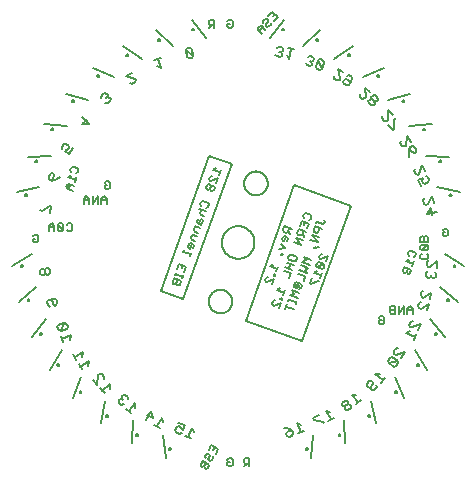
<source format=gbo>
G75*
%MOIN*%
%OFA0B0*%
%FSLAX25Y25*%
%IPPOS*%
%LPD*%
%AMOC8*
5,1,8,0,0,1.08239X$1,22.5*
%
%ADD10C,0.00600*%
%ADD11C,0.00700*%
%ADD12C,0.00800*%
%ADD13C,0.00500*%
D10*
X0115394Y0125003D02*
X0122926Y0122306D01*
X0139106Y0167497D01*
X0131574Y0170194D01*
X0115394Y0125003D01*
X0119622Y0127520D02*
X0120030Y0127374D01*
X0120584Y0127636D01*
X0121023Y0128861D01*
X0122248Y0128422D02*
X0121809Y0127197D01*
X0121255Y0126935D01*
X0120846Y0127082D01*
X0120584Y0127636D01*
X0119622Y0127520D02*
X0119359Y0128075D01*
X0119798Y0129300D01*
X0122248Y0128422D01*
X0122618Y0129455D02*
X0122910Y0130272D01*
X0122764Y0129863D02*
X0120314Y0130741D01*
X0120460Y0131149D02*
X0120168Y0130332D01*
X0120869Y0132290D02*
X0121453Y0133923D01*
X0123903Y0133046D01*
X0123319Y0131413D01*
X0122386Y0132668D02*
X0122678Y0133484D01*
X0125266Y0136853D02*
X0125559Y0137669D01*
X0125413Y0137261D02*
X0122963Y0138138D01*
X0123109Y0138546D01*
X0124742Y0139249D02*
X0125151Y0139102D01*
X0125735Y0140736D01*
X0125327Y0140882D02*
X0124773Y0140620D01*
X0124480Y0139803D01*
X0124742Y0139249D01*
X0126113Y0139218D02*
X0126406Y0140035D01*
X0126144Y0140590D01*
X0125327Y0140882D01*
X0125735Y0142023D02*
X0126960Y0141584D01*
X0125735Y0142023D02*
X0125473Y0142577D01*
X0125912Y0143802D01*
X0127545Y0143217D01*
X0127954Y0144358D02*
X0126729Y0144797D01*
X0126467Y0145351D01*
X0126905Y0146576D01*
X0128538Y0145991D01*
X0128947Y0147132D02*
X0127722Y0147571D01*
X0127460Y0148125D01*
X0127752Y0148942D01*
X0128569Y0148650D02*
X0128130Y0147425D01*
X0128947Y0147132D02*
X0129386Y0148357D01*
X0129123Y0148912D01*
X0128569Y0148650D01*
X0128715Y0150345D02*
X0128453Y0150899D01*
X0128745Y0151716D01*
X0129300Y0151978D01*
X0130525Y0151540D02*
X0128075Y0152417D01*
X0128892Y0153411D02*
X0128630Y0153966D01*
X0128922Y0154783D01*
X0129477Y0155045D01*
X0131110Y0154460D01*
X0131372Y0153905D01*
X0131080Y0153089D01*
X0130525Y0152827D01*
X0129940Y0149906D02*
X0128715Y0150345D01*
X0131287Y0158813D02*
X0131841Y0159075D01*
X0132134Y0159892D01*
X0131871Y0160447D01*
X0131463Y0160593D01*
X0130909Y0160331D01*
X0130616Y0159514D01*
X0130878Y0158960D01*
X0131287Y0158813D01*
X0131841Y0159075D02*
X0132103Y0158521D01*
X0132512Y0158375D01*
X0133066Y0158637D01*
X0133359Y0159453D01*
X0133096Y0160008D01*
X0132688Y0160154D01*
X0132134Y0159892D01*
X0132280Y0161587D02*
X0131872Y0161734D01*
X0131609Y0162288D01*
X0131902Y0163105D01*
X0132456Y0163367D01*
X0132280Y0161587D02*
X0134498Y0162636D01*
X0133913Y0161003D01*
X0134906Y0163777D02*
X0135491Y0165410D01*
X0135199Y0164593D02*
X0132749Y0165470D01*
X0133858Y0165995D01*
X0156621Y0146543D02*
X0156182Y0145318D01*
X0156444Y0144763D01*
X0157261Y0144471D01*
X0157815Y0144733D01*
X0158254Y0145958D01*
X0159070Y0145666D02*
X0156621Y0146543D01*
X0157961Y0145141D02*
X0158486Y0144032D01*
X0157669Y0143038D02*
X0156852Y0143330D01*
X0156298Y0143068D01*
X0156005Y0142251D01*
X0156267Y0141697D01*
X0156676Y0141551D01*
X0157261Y0143184D01*
X0157669Y0143038D02*
X0157931Y0142483D01*
X0157639Y0141667D01*
X0159810Y0141211D02*
X0162260Y0140334D01*
X0160395Y0142844D01*
X0162845Y0141967D01*
X0163253Y0143108D02*
X0162729Y0144217D01*
X0162583Y0143808D02*
X0163021Y0145033D01*
X0163838Y0144741D02*
X0161388Y0145618D01*
X0160949Y0144393D01*
X0161211Y0143839D01*
X0162028Y0143546D01*
X0162583Y0143808D01*
X0164246Y0145882D02*
X0164831Y0147515D01*
X0162381Y0148392D01*
X0161796Y0146759D01*
X0163314Y0147137D02*
X0163606Y0147954D01*
X0163198Y0149387D02*
X0162936Y0149941D01*
X0163228Y0150758D01*
X0163783Y0151020D01*
X0165416Y0150435D01*
X0165678Y0149881D01*
X0165386Y0149064D01*
X0164831Y0148802D01*
X0167372Y0148092D02*
X0169414Y0147361D01*
X0169968Y0147623D01*
X0170114Y0148032D01*
X0169852Y0148586D01*
X0167518Y0148500D02*
X0167226Y0147684D01*
X0166818Y0146543D02*
X0166379Y0145318D01*
X0166641Y0144764D01*
X0167458Y0144471D01*
X0168012Y0144733D01*
X0168451Y0145958D01*
X0169267Y0145666D02*
X0166818Y0146543D01*
X0165824Y0143769D02*
X0167689Y0141259D01*
X0165239Y0142136D01*
X0165824Y0143769D02*
X0168274Y0142892D01*
X0168098Y0139825D02*
X0166989Y0139301D01*
X0167135Y0139709D01*
X0166726Y0139856D01*
X0166580Y0139447D01*
X0166989Y0139301D01*
X0168542Y0137119D02*
X0169096Y0137381D01*
X0168542Y0137119D02*
X0168249Y0136303D01*
X0168511Y0135748D01*
X0168920Y0135602D01*
X0171138Y0136650D01*
X0170553Y0135017D01*
X0169736Y0134022D02*
X0167518Y0132974D01*
X0169151Y0132389D01*
X0169706Y0132651D01*
X0169998Y0133468D01*
X0169736Y0134022D01*
X0168103Y0134607D01*
X0167548Y0134345D01*
X0167256Y0133528D01*
X0167518Y0132974D01*
X0167518Y0131687D02*
X0166409Y0131163D01*
X0168859Y0130286D01*
X0169151Y0131102D02*
X0168566Y0129469D01*
X0168158Y0128328D02*
X0167750Y0128474D01*
X0165532Y0127426D01*
X0165123Y0127572D01*
X0165708Y0129205D01*
X0163639Y0129946D02*
X0161189Y0130823D01*
X0161598Y0131964D02*
X0164047Y0131087D01*
X0163523Y0132196D01*
X0164632Y0132720D01*
X0162182Y0133597D01*
X0162591Y0134738D02*
X0165041Y0133861D01*
X0165626Y0135494D02*
X0163176Y0136371D01*
X0163700Y0135262D01*
X0162591Y0134738D01*
X0160420Y0135194D02*
X0160712Y0136011D01*
X0160450Y0136565D01*
X0158817Y0137150D01*
X0158262Y0136888D01*
X0157970Y0136071D01*
X0158232Y0135517D01*
X0159865Y0134932D01*
X0160420Y0135194D01*
X0159865Y0133645D02*
X0157415Y0134522D01*
X0158640Y0134083D02*
X0158055Y0132450D01*
X0156830Y0132889D02*
X0159280Y0132011D01*
X0158872Y0130871D02*
X0158287Y0129237D01*
X0158872Y0130871D02*
X0156422Y0131748D01*
X0154308Y0132366D02*
X0151859Y0133243D01*
X0152968Y0133767D01*
X0154601Y0133182D02*
X0154016Y0131549D01*
X0153608Y0130408D02*
X0153461Y0130000D01*
X0153053Y0130146D01*
X0153199Y0130554D01*
X0153608Y0130408D01*
X0153111Y0129021D02*
X0150893Y0127973D01*
X0150485Y0128119D01*
X0150223Y0128673D01*
X0150515Y0129490D01*
X0151069Y0129752D01*
X0153111Y0129021D02*
X0152526Y0127388D01*
X0154143Y0125383D02*
X0156593Y0124506D01*
X0156885Y0125323D02*
X0156300Y0123689D01*
X0155892Y0122549D02*
X0155746Y0122140D01*
X0155337Y0122286D01*
X0155484Y0122695D01*
X0155892Y0122549D01*
X0155395Y0121161D02*
X0153177Y0120113D01*
X0152769Y0120259D01*
X0152507Y0120814D01*
X0152799Y0121630D01*
X0153354Y0121892D01*
X0155395Y0121161D02*
X0154810Y0119528D01*
X0156962Y0119019D02*
X0157547Y0120652D01*
X0157255Y0119835D02*
X0159705Y0118958D01*
X0160367Y0120807D02*
X0160659Y0121624D01*
X0160513Y0121216D02*
X0158063Y0122093D01*
X0158209Y0122501D02*
X0157917Y0121685D01*
X0158618Y0123642D02*
X0161068Y0122765D01*
X0161653Y0124398D02*
X0159203Y0125275D01*
X0159727Y0124166D01*
X0158618Y0123642D01*
X0160019Y0126270D02*
X0160836Y0125977D01*
X0161391Y0126240D01*
X0160574Y0126532D01*
X0160866Y0127349D01*
X0161683Y0127056D01*
X0161391Y0126240D01*
X0161653Y0125685D02*
X0162207Y0125947D01*
X0162500Y0126764D01*
X0162237Y0127318D01*
X0160604Y0127903D01*
X0160050Y0127641D01*
X0159757Y0126824D01*
X0160019Y0126270D01*
X0163054Y0128313D02*
X0163639Y0129946D01*
X0155252Y0125907D02*
X0154143Y0125383D01*
X0155945Y0136935D02*
X0156091Y0137343D01*
X0155682Y0137490D01*
X0155536Y0137081D01*
X0155945Y0136935D01*
X0154866Y0139069D02*
X0156792Y0139301D01*
X0155451Y0140702D01*
X0159925Y0160216D02*
X0143745Y0115026D01*
X0162574Y0108284D01*
X0178755Y0153474D01*
X0159925Y0160216D01*
X0198014Y0138152D02*
X0198551Y0138449D01*
X0200218Y0137971D01*
X0200516Y0137435D01*
X0200277Y0136601D01*
X0199740Y0136304D01*
X0199823Y0135019D02*
X0199345Y0133352D01*
X0199584Y0134186D02*
X0197082Y0134903D01*
X0198155Y0135498D01*
X0198072Y0136782D02*
X0197775Y0137318D01*
X0198014Y0138152D01*
X0196509Y0132904D02*
X0196151Y0131654D01*
X0196448Y0131117D01*
X0196865Y0130998D01*
X0197401Y0131295D01*
X0197760Y0132546D01*
X0199011Y0132187D02*
X0196509Y0132904D01*
X0197401Y0131295D02*
X0197699Y0130758D01*
X0198116Y0130639D01*
X0198652Y0130936D01*
X0199011Y0132187D01*
X0202384Y0135630D02*
X0201950Y0136064D01*
X0201950Y0136931D01*
X0202384Y0137365D01*
X0202384Y0138577D02*
X0204118Y0140311D01*
X0202384Y0140311D01*
X0201950Y0139878D01*
X0201950Y0139010D01*
X0202384Y0138577D01*
X0204118Y0138577D01*
X0204552Y0139010D01*
X0204552Y0139878D01*
X0204118Y0140311D01*
X0204552Y0141523D02*
X0204552Y0142824D01*
X0204118Y0143258D01*
X0203685Y0143258D01*
X0203251Y0142824D01*
X0203251Y0141523D01*
X0201950Y0141523D02*
X0201950Y0142824D01*
X0202384Y0143258D01*
X0202817Y0143258D01*
X0203251Y0142824D01*
X0201950Y0141523D02*
X0204552Y0141523D01*
X0204118Y0137365D02*
X0204552Y0136931D01*
X0204552Y0136064D01*
X0204118Y0135630D01*
X0202384Y0135630D01*
X0209815Y0143252D02*
X0209381Y0143686D01*
X0209381Y0144553D01*
X0210249Y0144553D01*
X0211116Y0143686D02*
X0210682Y0143252D01*
X0209815Y0143252D01*
X0211116Y0143686D02*
X0211116Y0145421D01*
X0210682Y0145855D01*
X0209815Y0145855D01*
X0209381Y0145421D01*
X0198502Y0120052D02*
X0197635Y0119185D01*
X0197635Y0117450D01*
X0196423Y0117450D02*
X0196423Y0120052D01*
X0194688Y0117450D01*
X0194688Y0120052D01*
X0193477Y0120052D02*
X0192176Y0120052D01*
X0191742Y0119618D01*
X0191742Y0119185D01*
X0192176Y0118751D01*
X0193477Y0118751D01*
X0193477Y0117450D02*
X0193477Y0120052D01*
X0192176Y0118751D02*
X0191742Y0118317D01*
X0191742Y0117884D01*
X0192176Y0117450D01*
X0193477Y0117450D01*
X0197635Y0118751D02*
X0199370Y0118751D01*
X0199370Y0119185D02*
X0198502Y0120052D01*
X0199370Y0119185D02*
X0199370Y0117450D01*
X0189923Y0116118D02*
X0189923Y0114384D01*
X0189489Y0113950D01*
X0188622Y0113950D01*
X0188188Y0114384D01*
X0188188Y0115251D01*
X0189056Y0115251D01*
X0189923Y0116118D02*
X0189489Y0116552D01*
X0188622Y0116552D01*
X0188188Y0116118D01*
X0144978Y0069225D02*
X0143677Y0069225D01*
X0143244Y0068792D01*
X0143244Y0067924D01*
X0143677Y0067491D01*
X0144978Y0067491D01*
X0144111Y0067491D02*
X0143244Y0066623D01*
X0144978Y0066623D02*
X0144978Y0069225D01*
X0139384Y0068792D02*
X0139384Y0067057D01*
X0138950Y0066623D01*
X0138083Y0066623D01*
X0137649Y0067057D01*
X0137649Y0067924D01*
X0138516Y0067924D01*
X0137649Y0068792D02*
X0138083Y0069225D01*
X0138950Y0069225D01*
X0139384Y0068792D01*
X0134565Y0072262D02*
X0133716Y0070749D01*
X0132745Y0069904D02*
X0132911Y0069314D01*
X0132487Y0068557D01*
X0131896Y0068391D01*
X0131518Y0068604D01*
X0131352Y0069194D01*
X0131776Y0069951D01*
X0131610Y0070541D01*
X0131232Y0070753D01*
X0130642Y0070587D01*
X0130217Y0069831D01*
X0130383Y0069240D01*
X0129412Y0068396D02*
X0128775Y0067261D01*
X0128941Y0066671D01*
X0129319Y0066459D01*
X0129910Y0066625D01*
X0130547Y0067759D01*
X0131681Y0067122D02*
X0131045Y0065988D01*
X0130454Y0065822D01*
X0130076Y0066034D01*
X0129910Y0066625D01*
X0131681Y0067122D02*
X0129412Y0068396D01*
X0131447Y0072022D02*
X0132296Y0073535D01*
X0134565Y0072262D01*
X0133431Y0072898D02*
X0133006Y0072142D01*
X0074068Y0141229D02*
X0073201Y0141229D01*
X0072767Y0141663D01*
X0072767Y0142531D01*
X0073634Y0142531D01*
X0072767Y0143398D02*
X0073201Y0143832D01*
X0074068Y0143832D01*
X0074502Y0143398D01*
X0074502Y0141663D01*
X0074068Y0141229D01*
X0078242Y0144950D02*
X0078242Y0146685D01*
X0079109Y0147552D01*
X0079977Y0146685D01*
X0079977Y0144950D01*
X0081188Y0145384D02*
X0081622Y0144950D01*
X0082489Y0144950D01*
X0082923Y0145384D01*
X0081188Y0147118D01*
X0081188Y0145384D01*
X0079977Y0146251D02*
X0078242Y0146251D01*
X0081188Y0147118D02*
X0081622Y0147552D01*
X0082489Y0147552D01*
X0082923Y0147118D01*
X0082923Y0145384D01*
X0084135Y0145384D02*
X0084569Y0144950D01*
X0085436Y0144950D01*
X0085870Y0145384D01*
X0085870Y0147118D01*
X0085436Y0147552D01*
X0084569Y0147552D01*
X0084135Y0147118D01*
X0089742Y0153950D02*
X0089742Y0155685D01*
X0090609Y0156552D01*
X0091477Y0155685D01*
X0091477Y0153950D01*
X0092688Y0153950D02*
X0092688Y0156552D01*
X0094423Y0156552D02*
X0092688Y0153950D01*
X0094423Y0153950D02*
X0094423Y0156552D01*
X0095635Y0155685D02*
X0095635Y0153950D01*
X0095635Y0155251D02*
X0097370Y0155251D01*
X0097370Y0155685D02*
X0097370Y0153950D01*
X0097370Y0155685D02*
X0096502Y0156552D01*
X0095635Y0155685D01*
X0097122Y0158950D02*
X0096688Y0159384D01*
X0096688Y0160251D01*
X0097556Y0160251D01*
X0098423Y0159384D02*
X0097989Y0158950D01*
X0097122Y0158950D01*
X0098423Y0159384D02*
X0098423Y0161118D01*
X0097989Y0161552D01*
X0097122Y0161552D01*
X0096688Y0161118D01*
X0091477Y0155251D02*
X0089742Y0155251D01*
X0086033Y0158519D02*
X0084365Y0158998D01*
X0083770Y0160070D01*
X0084843Y0160665D01*
X0086511Y0160187D01*
X0086845Y0161352D02*
X0087323Y0163019D01*
X0087084Y0162186D02*
X0084582Y0162903D01*
X0085655Y0163498D01*
X0085572Y0164782D02*
X0085275Y0165318D01*
X0085514Y0166152D01*
X0086051Y0166449D01*
X0087718Y0165971D01*
X0088016Y0165435D01*
X0087777Y0164601D01*
X0087240Y0164304D01*
X0085260Y0160546D02*
X0084782Y0158878D01*
X0131555Y0212784D02*
X0132422Y0213652D01*
X0131988Y0213652D02*
X0133289Y0213652D01*
X0133289Y0212784D02*
X0133289Y0215387D01*
X0131988Y0215387D01*
X0131555Y0214953D01*
X0131555Y0214086D01*
X0131988Y0213652D01*
X0137649Y0214086D02*
X0138516Y0214086D01*
X0137649Y0214086D02*
X0137649Y0213218D01*
X0138083Y0212785D01*
X0138950Y0212785D01*
X0139384Y0213218D01*
X0139384Y0214953D01*
X0138950Y0215387D01*
X0138083Y0215387D01*
X0137649Y0214953D01*
X0147819Y0213185D02*
X0147847Y0211959D01*
X0149101Y0210760D01*
X0148160Y0211659D02*
X0149359Y0212913D01*
X0149045Y0213213D02*
X0150299Y0212015D01*
X0150823Y0213190D02*
X0151436Y0213204D01*
X0152035Y0213831D01*
X0152021Y0214444D01*
X0151095Y0214730D02*
X0150495Y0214103D01*
X0150509Y0213490D01*
X0150823Y0213190D01*
X0151095Y0214730D02*
X0151081Y0215343D01*
X0150767Y0215643D01*
X0150154Y0215629D01*
X0149555Y0215002D01*
X0149569Y0214389D01*
X0149045Y0213213D02*
X0147819Y0213185D01*
X0151291Y0216819D02*
X0152489Y0218073D01*
X0154371Y0216275D01*
X0153172Y0215021D01*
X0152831Y0216547D02*
X0153430Y0217174D01*
D11*
X0154665Y0206467D02*
X0154033Y0206013D01*
X0154665Y0206467D02*
X0155752Y0206289D01*
X0156206Y0205657D01*
X0156117Y0205114D01*
X0155485Y0204660D01*
X0154942Y0204749D01*
X0155485Y0204660D02*
X0155939Y0204027D01*
X0155850Y0203484D01*
X0155218Y0203030D01*
X0154131Y0203208D01*
X0153677Y0203840D01*
X0157401Y0203788D02*
X0158309Y0202524D01*
X0158843Y0205783D01*
X0157757Y0205961D02*
X0159930Y0205605D01*
X0163733Y0200970D02*
X0164078Y0200272D01*
X0165121Y0199919D01*
X0165819Y0200264D01*
X0165995Y0200785D01*
X0165650Y0201483D01*
X0166348Y0201828D01*
X0166524Y0202350D01*
X0166180Y0203048D01*
X0165137Y0203401D01*
X0164439Y0203056D01*
X0165129Y0201660D02*
X0165650Y0201483D01*
X0167222Y0199789D02*
X0167567Y0199091D01*
X0168609Y0198738D01*
X0169307Y0199083D01*
X0167928Y0201875D01*
X0168625Y0202220D01*
X0169668Y0201867D01*
X0170013Y0201169D01*
X0169307Y0199083D01*
X0167222Y0199789D02*
X0167928Y0201875D01*
X0174380Y0198982D02*
X0175291Y0196004D01*
X0175032Y0195518D01*
X0174288Y0195290D01*
X0173316Y0195807D01*
X0173088Y0196552D01*
X0174380Y0198982D02*
X0176325Y0197948D01*
X0177374Y0196767D02*
X0178119Y0196994D01*
X0179091Y0196477D01*
X0179318Y0195733D01*
X0178285Y0193789D01*
X0177540Y0193561D01*
X0176568Y0194078D01*
X0176340Y0194822D01*
X0176599Y0195309D01*
X0177343Y0195536D01*
X0178801Y0194761D01*
X0183365Y0192796D02*
X0183777Y0189709D01*
X0183442Y0189272D01*
X0182671Y0189169D01*
X0181796Y0189837D01*
X0181693Y0190609D01*
X0183365Y0192796D02*
X0185114Y0191458D01*
X0185956Y0190121D02*
X0185622Y0189684D01*
X0185725Y0188912D01*
X0186600Y0188244D01*
X0187371Y0188346D01*
X0187706Y0188784D01*
X0187603Y0189555D01*
X0186728Y0190224D01*
X0185956Y0190121D01*
X0185725Y0188912D02*
X0184953Y0188809D01*
X0184619Y0188372D01*
X0184722Y0187600D01*
X0185597Y0186932D01*
X0186368Y0187035D01*
X0186703Y0187472D01*
X0186600Y0188244D01*
X0191218Y0185225D02*
X0191120Y0182113D01*
X0190719Y0181736D01*
X0189941Y0181760D01*
X0189187Y0182563D01*
X0189212Y0183341D01*
X0191218Y0185225D02*
X0192725Y0183620D01*
X0193739Y0182540D02*
X0193338Y0182163D01*
X0193240Y0179051D01*
X0192839Y0178674D01*
X0191332Y0180279D01*
X0195383Y0175037D02*
X0195233Y0174273D01*
X0195847Y0173359D01*
X0196611Y0173209D01*
X0197068Y0173516D01*
X0197668Y0176572D01*
X0198896Y0174744D01*
X0199265Y0173208D02*
X0198351Y0172594D01*
X0199272Y0171223D01*
X0200036Y0171073D01*
X0200493Y0171380D01*
X0200643Y0172144D01*
X0200029Y0173058D01*
X0199265Y0173208D01*
X0198351Y0172594D02*
X0198052Y0171066D01*
X0198209Y0169845D01*
X0200175Y0165742D02*
X0199902Y0165013D01*
X0200359Y0164011D01*
X0201088Y0163738D01*
X0201589Y0163966D01*
X0202679Y0166883D01*
X0203592Y0164879D01*
X0203706Y0163303D02*
X0204435Y0163031D01*
X0204891Y0162029D01*
X0204619Y0161300D01*
X0203617Y0160843D01*
X0202888Y0161116D01*
X0202659Y0161617D01*
X0202704Y0162847D01*
X0201201Y0162162D01*
X0202114Y0160158D01*
X0203358Y0155897D02*
X0202971Y0155222D01*
X0203260Y0154159D01*
X0203935Y0153773D01*
X0204467Y0153917D01*
X0206014Y0156619D01*
X0206591Y0154494D01*
X0205386Y0152632D02*
X0205963Y0150507D01*
X0204226Y0150605D02*
X0207413Y0151471D01*
X0205386Y0152632D02*
X0204226Y0150605D01*
X0204776Y0135211D02*
X0204193Y0134696D01*
X0204125Y0133597D01*
X0204641Y0133014D01*
X0205191Y0132980D01*
X0207523Y0135043D01*
X0207388Y0132846D01*
X0206748Y0131401D02*
X0207264Y0130818D01*
X0207197Y0129719D01*
X0206614Y0129203D01*
X0206065Y0129237D01*
X0205549Y0129820D01*
X0205582Y0130369D01*
X0205549Y0129820D02*
X0204966Y0129304D01*
X0204416Y0129337D01*
X0203900Y0129920D01*
X0203968Y0131019D01*
X0204551Y0131535D01*
X0202965Y0125025D02*
X0202306Y0124610D01*
X0202062Y0123536D01*
X0202477Y0122878D01*
X0203014Y0122756D01*
X0205649Y0124415D01*
X0205161Y0122268D01*
X0204833Y0120823D02*
X0202198Y0119164D01*
X0201661Y0119286D01*
X0201246Y0119945D01*
X0201490Y0121018D01*
X0202149Y0121433D01*
X0204833Y0120823D02*
X0204345Y0118676D01*
X0202034Y0114123D02*
X0199164Y0112916D01*
X0198654Y0113124D01*
X0198352Y0113842D01*
X0198768Y0114861D01*
X0199486Y0115163D01*
X0202034Y0114123D02*
X0201202Y0112084D01*
X0200643Y0110713D02*
X0199811Y0108674D01*
X0200227Y0109694D02*
X0197169Y0110942D01*
X0198604Y0111545D01*
X0194443Y0106002D02*
X0193686Y0105821D01*
X0193109Y0104884D01*
X0193290Y0104127D01*
X0193759Y0103838D01*
X0196788Y0104560D01*
X0195634Y0102684D01*
X0194389Y0101711D02*
X0191360Y0100989D01*
X0193235Y0099836D01*
X0193992Y0100016D01*
X0194569Y0100954D01*
X0194389Y0101711D01*
X0192513Y0102865D01*
X0191756Y0102684D01*
X0191179Y0101747D01*
X0191360Y0100989D01*
X0188464Y0097509D02*
X0186911Y0097397D01*
X0189408Y0095235D01*
X0190128Y0096067D02*
X0188687Y0094403D01*
X0187301Y0093643D02*
X0187356Y0092867D01*
X0186636Y0092035D01*
X0185859Y0091979D01*
X0184195Y0093421D01*
X0184139Y0094197D01*
X0184860Y0095029D01*
X0185636Y0095085D01*
X0186053Y0094725D01*
X0186108Y0093948D01*
X0185027Y0092700D01*
X0182092Y0088690D02*
X0180398Y0087284D01*
X0181245Y0087987D02*
X0179136Y0090528D01*
X0180686Y0090385D01*
X0177852Y0088032D02*
X0177780Y0087257D01*
X0176933Y0086554D01*
X0176861Y0085778D01*
X0177213Y0085355D01*
X0177988Y0085283D01*
X0178835Y0085986D01*
X0178907Y0086761D01*
X0178555Y0087185D01*
X0177780Y0087257D01*
X0177852Y0088032D02*
X0177501Y0088455D01*
X0176725Y0088527D01*
X0175878Y0087824D01*
X0175806Y0087049D01*
X0176158Y0086625D01*
X0176933Y0086554D01*
X0173062Y0082781D02*
X0171163Y0081667D01*
X0172112Y0082224D02*
X0170441Y0085073D01*
X0171948Y0084680D01*
X0168214Y0083766D02*
X0166315Y0082652D01*
X0166593Y0082177D01*
X0169607Y0081392D01*
X0169885Y0080917D01*
X0163085Y0078370D02*
X0161030Y0077581D01*
X0162057Y0077976D02*
X0160874Y0081059D01*
X0162296Y0080426D01*
X0159055Y0078592D02*
X0157513Y0078000D01*
X0157196Y0077289D01*
X0157394Y0076775D01*
X0158105Y0076459D01*
X0159133Y0076853D01*
X0159449Y0077564D01*
X0159055Y0078592D01*
X0157632Y0079225D01*
X0156407Y0079345D01*
X0126427Y0078037D02*
X0125794Y0079459D01*
X0124610Y0076376D01*
X0123583Y0076770D02*
X0125638Y0075981D01*
X0122397Y0077815D02*
X0121686Y0077499D01*
X0120658Y0077893D01*
X0120341Y0078604D01*
X0120736Y0079632D01*
X0121447Y0079949D01*
X0121961Y0079752D01*
X0122792Y0078843D01*
X0123383Y0080385D01*
X0121328Y0081174D01*
X0116302Y0081307D02*
X0115910Y0082813D01*
X0114238Y0079965D01*
X0113289Y0080522D02*
X0115188Y0079408D01*
X0112847Y0082696D02*
X0110948Y0083810D01*
X0110587Y0082107D02*
X0112258Y0084956D01*
X0112847Y0082696D01*
X0106943Y0086126D02*
X0106799Y0087677D01*
X0104689Y0085135D01*
X0105536Y0084432D02*
X0103842Y0085839D01*
X0103054Y0087208D02*
X0102279Y0087137D01*
X0101432Y0087840D01*
X0101360Y0088615D01*
X0101712Y0089038D01*
X0102487Y0089110D01*
X0102910Y0088759D01*
X0102487Y0089110D02*
X0102415Y0089886D01*
X0102767Y0090309D01*
X0103542Y0090381D01*
X0104389Y0089678D01*
X0104461Y0088903D01*
X0098401Y0092470D02*
X0098512Y0094023D01*
X0096015Y0091860D01*
X0096736Y0091028D02*
X0095295Y0092692D01*
X0094325Y0093812D02*
X0092883Y0095476D01*
X0094325Y0093812D02*
X0094547Y0096918D01*
X0094963Y0097278D01*
X0095740Y0097223D01*
X0096461Y0096391D01*
X0096405Y0095614D01*
X0091081Y0100036D02*
X0091442Y0101550D01*
X0088628Y0099820D01*
X0088052Y0100757D02*
X0089205Y0098882D01*
X0087275Y0102019D02*
X0086122Y0103894D01*
X0086698Y0102957D02*
X0089512Y0104687D01*
X0089151Y0103173D01*
X0085023Y0108783D02*
X0085626Y0110218D01*
X0082568Y0108970D01*
X0082984Y0107951D02*
X0082152Y0109990D01*
X0082102Y0111569D02*
X0081385Y0111871D01*
X0080969Y0112890D01*
X0081270Y0113608D01*
X0083309Y0114440D01*
X0082102Y0111569D01*
X0084141Y0112401D01*
X0084443Y0113119D01*
X0084027Y0114138D01*
X0083309Y0114440D01*
X0080604Y0120320D02*
X0080067Y0120198D01*
X0079409Y0120613D01*
X0079043Y0122223D01*
X0080116Y0122467D02*
X0080775Y0122052D01*
X0081019Y0120979D01*
X0080604Y0120320D01*
X0078457Y0119832D02*
X0077798Y0120247D01*
X0077554Y0121321D01*
X0077969Y0121979D01*
X0080116Y0122467D01*
X0078019Y0130396D02*
X0077469Y0130362D01*
X0076886Y0130878D01*
X0076819Y0131977D01*
X0076236Y0132493D01*
X0075687Y0132459D01*
X0075171Y0131876D01*
X0075238Y0130777D01*
X0075821Y0130261D01*
X0076371Y0130295D01*
X0076886Y0130878D01*
X0076819Y0131977D02*
X0077335Y0132560D01*
X0077884Y0132593D01*
X0078468Y0132078D01*
X0078535Y0130979D01*
X0078019Y0130396D01*
X0078408Y0151097D02*
X0078985Y0153222D01*
X0078454Y0153366D01*
X0075752Y0151819D01*
X0075221Y0151963D01*
X0079323Y0161808D02*
X0078321Y0162265D01*
X0078048Y0162994D01*
X0078505Y0163995D01*
X0079234Y0164268D01*
X0079735Y0164040D01*
X0080008Y0163311D01*
X0079323Y0161808D01*
X0080781Y0162353D01*
X0081739Y0163127D01*
X0084883Y0170725D02*
X0083512Y0171646D01*
X0084583Y0172253D01*
X0084890Y0172710D01*
X0084740Y0173474D01*
X0083826Y0174088D01*
X0083062Y0173938D01*
X0082448Y0173024D01*
X0082598Y0172260D01*
X0084883Y0170725D02*
X0086111Y0172553D01*
X0089183Y0180577D02*
X0090690Y0182182D01*
X0091517Y0180651D02*
X0089183Y0180577D01*
X0091517Y0180651D02*
X0089110Y0182912D01*
X0096974Y0187679D02*
X0097746Y0187576D01*
X0098620Y0188244D01*
X0098723Y0189016D01*
X0098389Y0189453D01*
X0097617Y0189556D01*
X0097720Y0190328D01*
X0097386Y0190765D01*
X0096614Y0190868D01*
X0095740Y0190199D01*
X0095637Y0189428D01*
X0097180Y0189222D02*
X0097617Y0189556D01*
X0105152Y0194287D02*
X0105896Y0194059D01*
X0106868Y0194576D01*
X0107096Y0195320D01*
X0106837Y0195806D01*
X0103859Y0196717D01*
X0105804Y0197750D01*
X0114020Y0199944D02*
X0115416Y0199255D01*
X0114357Y0202383D01*
X0113315Y0202030D02*
X0115400Y0202736D01*
X0124061Y0203060D02*
X0124694Y0202606D01*
X0125780Y0202784D01*
X0126234Y0203416D01*
X0123706Y0205233D01*
X0124160Y0205865D01*
X0125246Y0206043D01*
X0125879Y0205589D01*
X0126234Y0203416D01*
X0124061Y0203060D02*
X0123706Y0205233D01*
D12*
X0125916Y0212198D02*
X0125918Y0212234D01*
X0125924Y0212270D01*
X0125934Y0212305D01*
X0125947Y0212338D01*
X0125965Y0212370D01*
X0125985Y0212399D01*
X0126009Y0212427D01*
X0126035Y0212451D01*
X0126065Y0212473D01*
X0126096Y0212491D01*
X0126129Y0212505D01*
X0126163Y0212516D01*
X0126199Y0212523D01*
X0126235Y0212526D01*
X0126271Y0212525D01*
X0126307Y0212520D01*
X0126342Y0212511D01*
X0126376Y0212498D01*
X0126408Y0212482D01*
X0126438Y0212462D01*
X0126466Y0212439D01*
X0126491Y0212413D01*
X0126514Y0212385D01*
X0126532Y0212354D01*
X0126548Y0212321D01*
X0126560Y0212287D01*
X0126568Y0212252D01*
X0126572Y0212216D01*
X0126572Y0212180D01*
X0126568Y0212144D01*
X0126560Y0212109D01*
X0126548Y0212075D01*
X0126532Y0212042D01*
X0126514Y0212011D01*
X0126491Y0211983D01*
X0126466Y0211957D01*
X0126438Y0211934D01*
X0126408Y0211914D01*
X0126376Y0211898D01*
X0126342Y0211885D01*
X0126307Y0211876D01*
X0126271Y0211871D01*
X0126235Y0211870D01*
X0126199Y0211873D01*
X0126163Y0211880D01*
X0126129Y0211891D01*
X0126096Y0211905D01*
X0126065Y0211923D01*
X0126035Y0211945D01*
X0126009Y0211969D01*
X0125985Y0211997D01*
X0125965Y0212026D01*
X0125947Y0212058D01*
X0125934Y0212091D01*
X0125924Y0212126D01*
X0125918Y0212162D01*
X0125916Y0212198D01*
X0114530Y0208795D02*
X0114532Y0208831D01*
X0114538Y0208867D01*
X0114548Y0208902D01*
X0114561Y0208935D01*
X0114579Y0208967D01*
X0114599Y0208996D01*
X0114623Y0209024D01*
X0114649Y0209048D01*
X0114679Y0209070D01*
X0114710Y0209088D01*
X0114743Y0209102D01*
X0114777Y0209113D01*
X0114813Y0209120D01*
X0114849Y0209123D01*
X0114885Y0209122D01*
X0114921Y0209117D01*
X0114956Y0209108D01*
X0114990Y0209095D01*
X0115022Y0209079D01*
X0115052Y0209059D01*
X0115080Y0209036D01*
X0115105Y0209010D01*
X0115128Y0208982D01*
X0115146Y0208951D01*
X0115162Y0208918D01*
X0115174Y0208884D01*
X0115182Y0208849D01*
X0115186Y0208813D01*
X0115186Y0208777D01*
X0115182Y0208741D01*
X0115174Y0208706D01*
X0115162Y0208672D01*
X0115146Y0208639D01*
X0115128Y0208608D01*
X0115105Y0208580D01*
X0115080Y0208554D01*
X0115052Y0208531D01*
X0115022Y0208511D01*
X0114990Y0208495D01*
X0114956Y0208482D01*
X0114921Y0208473D01*
X0114885Y0208468D01*
X0114849Y0208467D01*
X0114813Y0208470D01*
X0114777Y0208477D01*
X0114743Y0208488D01*
X0114710Y0208502D01*
X0114679Y0208520D01*
X0114649Y0208542D01*
X0114623Y0208566D01*
X0114599Y0208594D01*
X0114579Y0208623D01*
X0114561Y0208655D01*
X0114548Y0208688D01*
X0114538Y0208723D01*
X0114532Y0208759D01*
X0114530Y0208795D01*
X0103961Y0203642D02*
X0103963Y0203678D01*
X0103969Y0203714D01*
X0103979Y0203749D01*
X0103992Y0203782D01*
X0104010Y0203814D01*
X0104030Y0203843D01*
X0104054Y0203871D01*
X0104080Y0203895D01*
X0104110Y0203917D01*
X0104141Y0203935D01*
X0104174Y0203949D01*
X0104208Y0203960D01*
X0104244Y0203967D01*
X0104280Y0203970D01*
X0104316Y0203969D01*
X0104352Y0203964D01*
X0104387Y0203955D01*
X0104421Y0203942D01*
X0104453Y0203926D01*
X0104483Y0203906D01*
X0104511Y0203883D01*
X0104536Y0203857D01*
X0104559Y0203829D01*
X0104577Y0203798D01*
X0104593Y0203765D01*
X0104605Y0203731D01*
X0104613Y0203696D01*
X0104617Y0203660D01*
X0104617Y0203624D01*
X0104613Y0203588D01*
X0104605Y0203553D01*
X0104593Y0203519D01*
X0104577Y0203486D01*
X0104559Y0203455D01*
X0104536Y0203427D01*
X0104511Y0203401D01*
X0104483Y0203378D01*
X0104453Y0203358D01*
X0104421Y0203342D01*
X0104387Y0203329D01*
X0104352Y0203320D01*
X0104316Y0203315D01*
X0104280Y0203314D01*
X0104244Y0203317D01*
X0104208Y0203324D01*
X0104174Y0203335D01*
X0104141Y0203349D01*
X0104110Y0203367D01*
X0104080Y0203389D01*
X0104054Y0203413D01*
X0104030Y0203441D01*
X0104010Y0203470D01*
X0103992Y0203502D01*
X0103979Y0203535D01*
X0103969Y0203570D01*
X0103963Y0203606D01*
X0103961Y0203642D01*
X0094267Y0196767D02*
X0094269Y0196803D01*
X0094275Y0196839D01*
X0094285Y0196874D01*
X0094298Y0196907D01*
X0094316Y0196939D01*
X0094336Y0196968D01*
X0094360Y0196996D01*
X0094386Y0197020D01*
X0094416Y0197042D01*
X0094447Y0197060D01*
X0094480Y0197074D01*
X0094514Y0197085D01*
X0094550Y0197092D01*
X0094586Y0197095D01*
X0094622Y0197094D01*
X0094658Y0197089D01*
X0094693Y0197080D01*
X0094727Y0197067D01*
X0094759Y0197051D01*
X0094789Y0197031D01*
X0094817Y0197008D01*
X0094842Y0196982D01*
X0094865Y0196954D01*
X0094883Y0196923D01*
X0094899Y0196890D01*
X0094911Y0196856D01*
X0094919Y0196821D01*
X0094923Y0196785D01*
X0094923Y0196749D01*
X0094919Y0196713D01*
X0094911Y0196678D01*
X0094899Y0196644D01*
X0094883Y0196611D01*
X0094865Y0196580D01*
X0094842Y0196552D01*
X0094817Y0196526D01*
X0094789Y0196503D01*
X0094759Y0196483D01*
X0094727Y0196467D01*
X0094693Y0196454D01*
X0094658Y0196445D01*
X0094622Y0196440D01*
X0094586Y0196439D01*
X0094550Y0196442D01*
X0094514Y0196449D01*
X0094480Y0196460D01*
X0094447Y0196474D01*
X0094416Y0196492D01*
X0094386Y0196514D01*
X0094360Y0196538D01*
X0094336Y0196566D01*
X0094316Y0196595D01*
X0094298Y0196627D01*
X0094285Y0196660D01*
X0094275Y0196695D01*
X0094269Y0196731D01*
X0094267Y0196767D01*
X0085826Y0188402D02*
X0085828Y0188438D01*
X0085834Y0188474D01*
X0085844Y0188509D01*
X0085857Y0188542D01*
X0085875Y0188574D01*
X0085895Y0188603D01*
X0085919Y0188631D01*
X0085945Y0188655D01*
X0085975Y0188677D01*
X0086006Y0188695D01*
X0086039Y0188709D01*
X0086073Y0188720D01*
X0086109Y0188727D01*
X0086145Y0188730D01*
X0086181Y0188729D01*
X0086217Y0188724D01*
X0086252Y0188715D01*
X0086286Y0188702D01*
X0086318Y0188686D01*
X0086348Y0188666D01*
X0086376Y0188643D01*
X0086401Y0188617D01*
X0086424Y0188589D01*
X0086442Y0188558D01*
X0086458Y0188525D01*
X0086470Y0188491D01*
X0086478Y0188456D01*
X0086482Y0188420D01*
X0086482Y0188384D01*
X0086478Y0188348D01*
X0086470Y0188313D01*
X0086458Y0188279D01*
X0086442Y0188246D01*
X0086424Y0188215D01*
X0086401Y0188187D01*
X0086376Y0188161D01*
X0086348Y0188138D01*
X0086318Y0188118D01*
X0086286Y0188102D01*
X0086252Y0188089D01*
X0086217Y0188080D01*
X0086181Y0188075D01*
X0086145Y0188074D01*
X0086109Y0188077D01*
X0086073Y0188084D01*
X0086039Y0188095D01*
X0086006Y0188109D01*
X0085975Y0188127D01*
X0085945Y0188149D01*
X0085919Y0188173D01*
X0085895Y0188201D01*
X0085875Y0188230D01*
X0085857Y0188262D01*
X0085844Y0188295D01*
X0085834Y0188330D01*
X0085828Y0188366D01*
X0085826Y0188402D01*
X0078930Y0178879D02*
X0078932Y0178915D01*
X0078938Y0178951D01*
X0078948Y0178986D01*
X0078961Y0179019D01*
X0078979Y0179051D01*
X0078999Y0179080D01*
X0079023Y0179108D01*
X0079049Y0179132D01*
X0079079Y0179154D01*
X0079110Y0179172D01*
X0079143Y0179186D01*
X0079177Y0179197D01*
X0079213Y0179204D01*
X0079249Y0179207D01*
X0079285Y0179206D01*
X0079321Y0179201D01*
X0079356Y0179192D01*
X0079390Y0179179D01*
X0079422Y0179163D01*
X0079452Y0179143D01*
X0079480Y0179120D01*
X0079505Y0179094D01*
X0079528Y0179066D01*
X0079546Y0179035D01*
X0079562Y0179002D01*
X0079574Y0178968D01*
X0079582Y0178933D01*
X0079586Y0178897D01*
X0079586Y0178861D01*
X0079582Y0178825D01*
X0079574Y0178790D01*
X0079562Y0178756D01*
X0079546Y0178723D01*
X0079528Y0178692D01*
X0079505Y0178664D01*
X0079480Y0178638D01*
X0079452Y0178615D01*
X0079422Y0178595D01*
X0079390Y0178579D01*
X0079356Y0178566D01*
X0079321Y0178557D01*
X0079285Y0178552D01*
X0079249Y0178551D01*
X0079213Y0178554D01*
X0079177Y0178561D01*
X0079143Y0178572D01*
X0079110Y0178586D01*
X0079079Y0178604D01*
X0079049Y0178626D01*
X0079023Y0178650D01*
X0078999Y0178678D01*
X0078979Y0178707D01*
X0078961Y0178739D01*
X0078948Y0178772D01*
X0078938Y0178807D01*
X0078932Y0178843D01*
X0078930Y0178879D01*
X0073617Y0168248D02*
X0073619Y0168284D01*
X0073625Y0168320D01*
X0073635Y0168355D01*
X0073648Y0168388D01*
X0073666Y0168420D01*
X0073686Y0168449D01*
X0073710Y0168477D01*
X0073736Y0168501D01*
X0073766Y0168523D01*
X0073797Y0168541D01*
X0073830Y0168555D01*
X0073864Y0168566D01*
X0073900Y0168573D01*
X0073936Y0168576D01*
X0073972Y0168575D01*
X0074008Y0168570D01*
X0074043Y0168561D01*
X0074077Y0168548D01*
X0074109Y0168532D01*
X0074139Y0168512D01*
X0074167Y0168489D01*
X0074192Y0168463D01*
X0074215Y0168435D01*
X0074233Y0168404D01*
X0074249Y0168371D01*
X0074261Y0168337D01*
X0074269Y0168302D01*
X0074273Y0168266D01*
X0074273Y0168230D01*
X0074269Y0168194D01*
X0074261Y0168159D01*
X0074249Y0168125D01*
X0074233Y0168092D01*
X0074215Y0168061D01*
X0074192Y0168033D01*
X0074167Y0168007D01*
X0074139Y0167984D01*
X0074109Y0167964D01*
X0074077Y0167948D01*
X0074043Y0167935D01*
X0074008Y0167926D01*
X0073972Y0167921D01*
X0073936Y0167920D01*
X0073900Y0167923D01*
X0073864Y0167930D01*
X0073830Y0167941D01*
X0073797Y0167955D01*
X0073766Y0167973D01*
X0073736Y0167995D01*
X0073710Y0168019D01*
X0073686Y0168047D01*
X0073666Y0168076D01*
X0073648Y0168108D01*
X0073635Y0168141D01*
X0073625Y0168176D01*
X0073619Y0168212D01*
X0073617Y0168248D01*
X0070139Y0157017D02*
X0070141Y0157053D01*
X0070147Y0157089D01*
X0070157Y0157124D01*
X0070170Y0157157D01*
X0070188Y0157189D01*
X0070208Y0157218D01*
X0070232Y0157246D01*
X0070258Y0157270D01*
X0070288Y0157292D01*
X0070319Y0157310D01*
X0070352Y0157324D01*
X0070386Y0157335D01*
X0070422Y0157342D01*
X0070458Y0157345D01*
X0070494Y0157344D01*
X0070530Y0157339D01*
X0070565Y0157330D01*
X0070599Y0157317D01*
X0070631Y0157301D01*
X0070661Y0157281D01*
X0070689Y0157258D01*
X0070714Y0157232D01*
X0070737Y0157204D01*
X0070755Y0157173D01*
X0070771Y0157140D01*
X0070783Y0157106D01*
X0070791Y0157071D01*
X0070795Y0157035D01*
X0070795Y0156999D01*
X0070791Y0156963D01*
X0070783Y0156928D01*
X0070771Y0156894D01*
X0070755Y0156861D01*
X0070737Y0156830D01*
X0070714Y0156802D01*
X0070689Y0156776D01*
X0070661Y0156753D01*
X0070631Y0156733D01*
X0070599Y0156717D01*
X0070565Y0156704D01*
X0070530Y0156695D01*
X0070494Y0156690D01*
X0070458Y0156689D01*
X0070422Y0156692D01*
X0070386Y0156699D01*
X0070352Y0156710D01*
X0070319Y0156724D01*
X0070288Y0156742D01*
X0070258Y0156764D01*
X0070232Y0156788D01*
X0070208Y0156816D01*
X0070188Y0156845D01*
X0070170Y0156877D01*
X0070157Y0156910D01*
X0070147Y0156945D01*
X0070141Y0156981D01*
X0070139Y0157017D01*
X0068820Y0133490D02*
X0068822Y0133526D01*
X0068828Y0133562D01*
X0068838Y0133597D01*
X0068851Y0133630D01*
X0068869Y0133662D01*
X0068889Y0133691D01*
X0068913Y0133719D01*
X0068939Y0133743D01*
X0068969Y0133765D01*
X0069000Y0133783D01*
X0069033Y0133797D01*
X0069067Y0133808D01*
X0069103Y0133815D01*
X0069139Y0133818D01*
X0069175Y0133817D01*
X0069211Y0133812D01*
X0069246Y0133803D01*
X0069280Y0133790D01*
X0069312Y0133774D01*
X0069342Y0133754D01*
X0069370Y0133731D01*
X0069395Y0133705D01*
X0069418Y0133677D01*
X0069436Y0133646D01*
X0069452Y0133613D01*
X0069464Y0133579D01*
X0069472Y0133544D01*
X0069476Y0133508D01*
X0069476Y0133472D01*
X0069472Y0133436D01*
X0069464Y0133401D01*
X0069452Y0133367D01*
X0069436Y0133334D01*
X0069418Y0133303D01*
X0069395Y0133275D01*
X0069370Y0133249D01*
X0069342Y0133226D01*
X0069312Y0133206D01*
X0069280Y0133190D01*
X0069246Y0133177D01*
X0069211Y0133168D01*
X0069175Y0133163D01*
X0069139Y0133162D01*
X0069103Y0133165D01*
X0069067Y0133172D01*
X0069033Y0133183D01*
X0069000Y0133197D01*
X0068969Y0133215D01*
X0068939Y0133237D01*
X0068913Y0133261D01*
X0068889Y0133289D01*
X0068869Y0133318D01*
X0068851Y0133350D01*
X0068838Y0133383D01*
X0068828Y0133418D01*
X0068822Y0133454D01*
X0068820Y0133490D01*
X0071022Y0121941D02*
X0071024Y0121977D01*
X0071030Y0122013D01*
X0071040Y0122048D01*
X0071053Y0122081D01*
X0071071Y0122113D01*
X0071091Y0122142D01*
X0071115Y0122170D01*
X0071141Y0122194D01*
X0071171Y0122216D01*
X0071202Y0122234D01*
X0071235Y0122248D01*
X0071269Y0122259D01*
X0071305Y0122266D01*
X0071341Y0122269D01*
X0071377Y0122268D01*
X0071413Y0122263D01*
X0071448Y0122254D01*
X0071482Y0122241D01*
X0071514Y0122225D01*
X0071544Y0122205D01*
X0071572Y0122182D01*
X0071597Y0122156D01*
X0071620Y0122128D01*
X0071638Y0122097D01*
X0071654Y0122064D01*
X0071666Y0122030D01*
X0071674Y0121995D01*
X0071678Y0121959D01*
X0071678Y0121923D01*
X0071674Y0121887D01*
X0071666Y0121852D01*
X0071654Y0121818D01*
X0071638Y0121785D01*
X0071620Y0121754D01*
X0071597Y0121726D01*
X0071572Y0121700D01*
X0071544Y0121677D01*
X0071514Y0121657D01*
X0071482Y0121641D01*
X0071448Y0121628D01*
X0071413Y0121619D01*
X0071377Y0121614D01*
X0071341Y0121613D01*
X0071305Y0121616D01*
X0071269Y0121623D01*
X0071235Y0121634D01*
X0071202Y0121648D01*
X0071171Y0121666D01*
X0071141Y0121688D01*
X0071115Y0121712D01*
X0071091Y0121740D01*
X0071071Y0121769D01*
X0071053Y0121801D01*
X0071040Y0121834D01*
X0071030Y0121869D01*
X0071024Y0121905D01*
X0071022Y0121941D01*
X0075114Y0110783D02*
X0075116Y0110819D01*
X0075122Y0110855D01*
X0075132Y0110890D01*
X0075145Y0110923D01*
X0075163Y0110955D01*
X0075183Y0110984D01*
X0075207Y0111012D01*
X0075233Y0111036D01*
X0075263Y0111058D01*
X0075294Y0111076D01*
X0075327Y0111090D01*
X0075361Y0111101D01*
X0075397Y0111108D01*
X0075433Y0111111D01*
X0075469Y0111110D01*
X0075505Y0111105D01*
X0075540Y0111096D01*
X0075574Y0111083D01*
X0075606Y0111067D01*
X0075636Y0111047D01*
X0075664Y0111024D01*
X0075689Y0110998D01*
X0075712Y0110970D01*
X0075730Y0110939D01*
X0075746Y0110906D01*
X0075758Y0110872D01*
X0075766Y0110837D01*
X0075770Y0110801D01*
X0075770Y0110765D01*
X0075766Y0110729D01*
X0075758Y0110694D01*
X0075746Y0110660D01*
X0075730Y0110627D01*
X0075712Y0110596D01*
X0075689Y0110568D01*
X0075664Y0110542D01*
X0075636Y0110519D01*
X0075606Y0110499D01*
X0075574Y0110483D01*
X0075540Y0110470D01*
X0075505Y0110461D01*
X0075469Y0110456D01*
X0075433Y0110455D01*
X0075397Y0110458D01*
X0075361Y0110465D01*
X0075327Y0110476D01*
X0075294Y0110490D01*
X0075263Y0110508D01*
X0075233Y0110530D01*
X0075207Y0110554D01*
X0075183Y0110582D01*
X0075163Y0110611D01*
X0075145Y0110643D01*
X0075132Y0110676D01*
X0075122Y0110711D01*
X0075116Y0110747D01*
X0075114Y0110783D01*
X0080974Y0100444D02*
X0080976Y0100480D01*
X0080982Y0100516D01*
X0080992Y0100551D01*
X0081005Y0100584D01*
X0081023Y0100616D01*
X0081043Y0100645D01*
X0081067Y0100673D01*
X0081093Y0100697D01*
X0081123Y0100719D01*
X0081154Y0100737D01*
X0081187Y0100751D01*
X0081221Y0100762D01*
X0081257Y0100769D01*
X0081293Y0100772D01*
X0081329Y0100771D01*
X0081365Y0100766D01*
X0081400Y0100757D01*
X0081434Y0100744D01*
X0081466Y0100728D01*
X0081496Y0100708D01*
X0081524Y0100685D01*
X0081549Y0100659D01*
X0081572Y0100631D01*
X0081590Y0100600D01*
X0081606Y0100567D01*
X0081618Y0100533D01*
X0081626Y0100498D01*
X0081630Y0100462D01*
X0081630Y0100426D01*
X0081626Y0100390D01*
X0081618Y0100355D01*
X0081606Y0100321D01*
X0081590Y0100288D01*
X0081572Y0100257D01*
X0081549Y0100229D01*
X0081524Y0100203D01*
X0081496Y0100180D01*
X0081466Y0100160D01*
X0081434Y0100144D01*
X0081400Y0100131D01*
X0081365Y0100122D01*
X0081329Y0100117D01*
X0081293Y0100116D01*
X0081257Y0100119D01*
X0081221Y0100126D01*
X0081187Y0100137D01*
X0081154Y0100151D01*
X0081123Y0100169D01*
X0081093Y0100191D01*
X0081067Y0100215D01*
X0081043Y0100243D01*
X0081023Y0100272D01*
X0081005Y0100304D01*
X0080992Y0100337D01*
X0080982Y0100372D01*
X0080976Y0100408D01*
X0080974Y0100444D01*
X0088356Y0091293D02*
X0088358Y0091329D01*
X0088364Y0091365D01*
X0088374Y0091400D01*
X0088387Y0091433D01*
X0088405Y0091465D01*
X0088425Y0091494D01*
X0088449Y0091522D01*
X0088475Y0091546D01*
X0088505Y0091568D01*
X0088536Y0091586D01*
X0088569Y0091600D01*
X0088603Y0091611D01*
X0088639Y0091618D01*
X0088675Y0091621D01*
X0088711Y0091620D01*
X0088747Y0091615D01*
X0088782Y0091606D01*
X0088816Y0091593D01*
X0088848Y0091577D01*
X0088878Y0091557D01*
X0088906Y0091534D01*
X0088931Y0091508D01*
X0088954Y0091480D01*
X0088972Y0091449D01*
X0088988Y0091416D01*
X0089000Y0091382D01*
X0089008Y0091347D01*
X0089012Y0091311D01*
X0089012Y0091275D01*
X0089008Y0091239D01*
X0089000Y0091204D01*
X0088988Y0091170D01*
X0088972Y0091137D01*
X0088954Y0091106D01*
X0088931Y0091078D01*
X0088906Y0091052D01*
X0088878Y0091029D01*
X0088848Y0091009D01*
X0088816Y0090993D01*
X0088782Y0090980D01*
X0088747Y0090971D01*
X0088711Y0090966D01*
X0088675Y0090965D01*
X0088639Y0090968D01*
X0088603Y0090975D01*
X0088569Y0090986D01*
X0088536Y0091000D01*
X0088505Y0091018D01*
X0088475Y0091040D01*
X0088449Y0091064D01*
X0088425Y0091092D01*
X0088405Y0091121D01*
X0088387Y0091153D01*
X0088374Y0091186D01*
X0088364Y0091221D01*
X0088358Y0091257D01*
X0088356Y0091293D01*
X0097221Y0083378D02*
X0097223Y0083414D01*
X0097229Y0083450D01*
X0097239Y0083485D01*
X0097252Y0083518D01*
X0097270Y0083550D01*
X0097290Y0083579D01*
X0097314Y0083607D01*
X0097340Y0083631D01*
X0097370Y0083653D01*
X0097401Y0083671D01*
X0097434Y0083685D01*
X0097468Y0083696D01*
X0097504Y0083703D01*
X0097540Y0083706D01*
X0097576Y0083705D01*
X0097612Y0083700D01*
X0097647Y0083691D01*
X0097681Y0083678D01*
X0097713Y0083662D01*
X0097743Y0083642D01*
X0097771Y0083619D01*
X0097796Y0083593D01*
X0097819Y0083565D01*
X0097837Y0083534D01*
X0097853Y0083501D01*
X0097865Y0083467D01*
X0097873Y0083432D01*
X0097877Y0083396D01*
X0097877Y0083360D01*
X0097873Y0083324D01*
X0097865Y0083289D01*
X0097853Y0083255D01*
X0097837Y0083222D01*
X0097819Y0083191D01*
X0097796Y0083163D01*
X0097771Y0083137D01*
X0097743Y0083114D01*
X0097713Y0083094D01*
X0097681Y0083078D01*
X0097647Y0083065D01*
X0097612Y0083056D01*
X0097576Y0083051D01*
X0097540Y0083050D01*
X0097504Y0083053D01*
X0097468Y0083060D01*
X0097434Y0083071D01*
X0097401Y0083085D01*
X0097370Y0083103D01*
X0097340Y0083125D01*
X0097314Y0083149D01*
X0097290Y0083177D01*
X0097270Y0083206D01*
X0097252Y0083238D01*
X0097239Y0083271D01*
X0097229Y0083306D01*
X0097223Y0083342D01*
X0097221Y0083378D01*
X0107148Y0077077D02*
X0107150Y0077113D01*
X0107156Y0077149D01*
X0107166Y0077184D01*
X0107179Y0077217D01*
X0107197Y0077249D01*
X0107217Y0077278D01*
X0107241Y0077306D01*
X0107267Y0077330D01*
X0107297Y0077352D01*
X0107328Y0077370D01*
X0107361Y0077384D01*
X0107395Y0077395D01*
X0107431Y0077402D01*
X0107467Y0077405D01*
X0107503Y0077404D01*
X0107539Y0077399D01*
X0107574Y0077390D01*
X0107608Y0077377D01*
X0107640Y0077361D01*
X0107670Y0077341D01*
X0107698Y0077318D01*
X0107723Y0077292D01*
X0107746Y0077264D01*
X0107764Y0077233D01*
X0107780Y0077200D01*
X0107792Y0077166D01*
X0107800Y0077131D01*
X0107804Y0077095D01*
X0107804Y0077059D01*
X0107800Y0077023D01*
X0107792Y0076988D01*
X0107780Y0076954D01*
X0107764Y0076921D01*
X0107746Y0076890D01*
X0107723Y0076862D01*
X0107698Y0076836D01*
X0107670Y0076813D01*
X0107640Y0076793D01*
X0107608Y0076777D01*
X0107574Y0076764D01*
X0107539Y0076755D01*
X0107503Y0076750D01*
X0107467Y0076749D01*
X0107431Y0076752D01*
X0107395Y0076759D01*
X0107361Y0076770D01*
X0107328Y0076784D01*
X0107297Y0076802D01*
X0107267Y0076824D01*
X0107241Y0076848D01*
X0107217Y0076876D01*
X0107197Y0076905D01*
X0107179Y0076937D01*
X0107166Y0076970D01*
X0107156Y0077005D01*
X0107150Y0077041D01*
X0107148Y0077077D01*
X0118083Y0072422D02*
X0118085Y0072458D01*
X0118091Y0072494D01*
X0118101Y0072529D01*
X0118114Y0072562D01*
X0118132Y0072594D01*
X0118152Y0072623D01*
X0118176Y0072651D01*
X0118202Y0072675D01*
X0118232Y0072697D01*
X0118263Y0072715D01*
X0118296Y0072729D01*
X0118330Y0072740D01*
X0118366Y0072747D01*
X0118402Y0072750D01*
X0118438Y0072749D01*
X0118474Y0072744D01*
X0118509Y0072735D01*
X0118543Y0072722D01*
X0118575Y0072706D01*
X0118605Y0072686D01*
X0118633Y0072663D01*
X0118658Y0072637D01*
X0118681Y0072609D01*
X0118699Y0072578D01*
X0118715Y0072545D01*
X0118727Y0072511D01*
X0118735Y0072476D01*
X0118739Y0072440D01*
X0118739Y0072404D01*
X0118735Y0072368D01*
X0118727Y0072333D01*
X0118715Y0072299D01*
X0118699Y0072266D01*
X0118681Y0072235D01*
X0118658Y0072207D01*
X0118633Y0072181D01*
X0118605Y0072158D01*
X0118575Y0072138D01*
X0118543Y0072122D01*
X0118509Y0072109D01*
X0118474Y0072100D01*
X0118438Y0072095D01*
X0118402Y0072094D01*
X0118366Y0072097D01*
X0118330Y0072104D01*
X0118296Y0072115D01*
X0118263Y0072129D01*
X0118232Y0072147D01*
X0118202Y0072169D01*
X0118176Y0072193D01*
X0118152Y0072221D01*
X0118132Y0072250D01*
X0118114Y0072282D01*
X0118101Y0072315D01*
X0118091Y0072350D01*
X0118085Y0072386D01*
X0118083Y0072422D01*
X0163761Y0072422D02*
X0163763Y0072458D01*
X0163769Y0072494D01*
X0163779Y0072529D01*
X0163792Y0072562D01*
X0163810Y0072594D01*
X0163830Y0072623D01*
X0163854Y0072651D01*
X0163880Y0072675D01*
X0163910Y0072697D01*
X0163941Y0072715D01*
X0163974Y0072729D01*
X0164008Y0072740D01*
X0164044Y0072747D01*
X0164080Y0072750D01*
X0164116Y0072749D01*
X0164152Y0072744D01*
X0164187Y0072735D01*
X0164221Y0072722D01*
X0164253Y0072706D01*
X0164283Y0072686D01*
X0164311Y0072663D01*
X0164336Y0072637D01*
X0164359Y0072609D01*
X0164377Y0072578D01*
X0164393Y0072545D01*
X0164405Y0072511D01*
X0164413Y0072476D01*
X0164417Y0072440D01*
X0164417Y0072404D01*
X0164413Y0072368D01*
X0164405Y0072333D01*
X0164393Y0072299D01*
X0164377Y0072266D01*
X0164359Y0072235D01*
X0164336Y0072207D01*
X0164311Y0072181D01*
X0164283Y0072158D01*
X0164253Y0072138D01*
X0164221Y0072122D01*
X0164187Y0072109D01*
X0164152Y0072100D01*
X0164116Y0072095D01*
X0164080Y0072094D01*
X0164044Y0072097D01*
X0164008Y0072104D01*
X0163974Y0072115D01*
X0163941Y0072129D01*
X0163910Y0072147D01*
X0163880Y0072169D01*
X0163854Y0072193D01*
X0163830Y0072221D01*
X0163810Y0072250D01*
X0163792Y0072282D01*
X0163779Y0072315D01*
X0163769Y0072350D01*
X0163763Y0072386D01*
X0163761Y0072422D01*
X0174696Y0077077D02*
X0174698Y0077113D01*
X0174704Y0077149D01*
X0174714Y0077184D01*
X0174727Y0077217D01*
X0174745Y0077249D01*
X0174765Y0077278D01*
X0174789Y0077306D01*
X0174815Y0077330D01*
X0174845Y0077352D01*
X0174876Y0077370D01*
X0174909Y0077384D01*
X0174943Y0077395D01*
X0174979Y0077402D01*
X0175015Y0077405D01*
X0175051Y0077404D01*
X0175087Y0077399D01*
X0175122Y0077390D01*
X0175156Y0077377D01*
X0175188Y0077361D01*
X0175218Y0077341D01*
X0175246Y0077318D01*
X0175271Y0077292D01*
X0175294Y0077264D01*
X0175312Y0077233D01*
X0175328Y0077200D01*
X0175340Y0077166D01*
X0175348Y0077131D01*
X0175352Y0077095D01*
X0175352Y0077059D01*
X0175348Y0077023D01*
X0175340Y0076988D01*
X0175328Y0076954D01*
X0175312Y0076921D01*
X0175294Y0076890D01*
X0175271Y0076862D01*
X0175246Y0076836D01*
X0175218Y0076813D01*
X0175188Y0076793D01*
X0175156Y0076777D01*
X0175122Y0076764D01*
X0175087Y0076755D01*
X0175051Y0076750D01*
X0175015Y0076749D01*
X0174979Y0076752D01*
X0174943Y0076759D01*
X0174909Y0076770D01*
X0174876Y0076784D01*
X0174845Y0076802D01*
X0174815Y0076824D01*
X0174789Y0076848D01*
X0174765Y0076876D01*
X0174745Y0076905D01*
X0174727Y0076937D01*
X0174714Y0076970D01*
X0174704Y0077005D01*
X0174698Y0077041D01*
X0174696Y0077077D01*
X0184623Y0083378D02*
X0184625Y0083414D01*
X0184631Y0083450D01*
X0184641Y0083485D01*
X0184654Y0083518D01*
X0184672Y0083550D01*
X0184692Y0083579D01*
X0184716Y0083607D01*
X0184742Y0083631D01*
X0184772Y0083653D01*
X0184803Y0083671D01*
X0184836Y0083685D01*
X0184870Y0083696D01*
X0184906Y0083703D01*
X0184942Y0083706D01*
X0184978Y0083705D01*
X0185014Y0083700D01*
X0185049Y0083691D01*
X0185083Y0083678D01*
X0185115Y0083662D01*
X0185145Y0083642D01*
X0185173Y0083619D01*
X0185198Y0083593D01*
X0185221Y0083565D01*
X0185239Y0083534D01*
X0185255Y0083501D01*
X0185267Y0083467D01*
X0185275Y0083432D01*
X0185279Y0083396D01*
X0185279Y0083360D01*
X0185275Y0083324D01*
X0185267Y0083289D01*
X0185255Y0083255D01*
X0185239Y0083222D01*
X0185221Y0083191D01*
X0185198Y0083163D01*
X0185173Y0083137D01*
X0185145Y0083114D01*
X0185115Y0083094D01*
X0185083Y0083078D01*
X0185049Y0083065D01*
X0185014Y0083056D01*
X0184978Y0083051D01*
X0184942Y0083050D01*
X0184906Y0083053D01*
X0184870Y0083060D01*
X0184836Y0083071D01*
X0184803Y0083085D01*
X0184772Y0083103D01*
X0184742Y0083125D01*
X0184716Y0083149D01*
X0184692Y0083177D01*
X0184672Y0083206D01*
X0184654Y0083238D01*
X0184641Y0083271D01*
X0184631Y0083306D01*
X0184625Y0083342D01*
X0184623Y0083378D01*
X0193488Y0091293D02*
X0193490Y0091329D01*
X0193496Y0091365D01*
X0193506Y0091400D01*
X0193519Y0091433D01*
X0193537Y0091465D01*
X0193557Y0091494D01*
X0193581Y0091522D01*
X0193607Y0091546D01*
X0193637Y0091568D01*
X0193668Y0091586D01*
X0193701Y0091600D01*
X0193735Y0091611D01*
X0193771Y0091618D01*
X0193807Y0091621D01*
X0193843Y0091620D01*
X0193879Y0091615D01*
X0193914Y0091606D01*
X0193948Y0091593D01*
X0193980Y0091577D01*
X0194010Y0091557D01*
X0194038Y0091534D01*
X0194063Y0091508D01*
X0194086Y0091480D01*
X0194104Y0091449D01*
X0194120Y0091416D01*
X0194132Y0091382D01*
X0194140Y0091347D01*
X0194144Y0091311D01*
X0194144Y0091275D01*
X0194140Y0091239D01*
X0194132Y0091204D01*
X0194120Y0091170D01*
X0194104Y0091137D01*
X0194086Y0091106D01*
X0194063Y0091078D01*
X0194038Y0091052D01*
X0194010Y0091029D01*
X0193980Y0091009D01*
X0193948Y0090993D01*
X0193914Y0090980D01*
X0193879Y0090971D01*
X0193843Y0090966D01*
X0193807Y0090965D01*
X0193771Y0090968D01*
X0193735Y0090975D01*
X0193701Y0090986D01*
X0193668Y0091000D01*
X0193637Y0091018D01*
X0193607Y0091040D01*
X0193581Y0091064D01*
X0193557Y0091092D01*
X0193537Y0091121D01*
X0193519Y0091153D01*
X0193506Y0091186D01*
X0193496Y0091221D01*
X0193490Y0091257D01*
X0193488Y0091293D01*
X0200870Y0100444D02*
X0200872Y0100480D01*
X0200878Y0100516D01*
X0200888Y0100551D01*
X0200901Y0100584D01*
X0200919Y0100616D01*
X0200939Y0100645D01*
X0200963Y0100673D01*
X0200989Y0100697D01*
X0201019Y0100719D01*
X0201050Y0100737D01*
X0201083Y0100751D01*
X0201117Y0100762D01*
X0201153Y0100769D01*
X0201189Y0100772D01*
X0201225Y0100771D01*
X0201261Y0100766D01*
X0201296Y0100757D01*
X0201330Y0100744D01*
X0201362Y0100728D01*
X0201392Y0100708D01*
X0201420Y0100685D01*
X0201445Y0100659D01*
X0201468Y0100631D01*
X0201486Y0100600D01*
X0201502Y0100567D01*
X0201514Y0100533D01*
X0201522Y0100498D01*
X0201526Y0100462D01*
X0201526Y0100426D01*
X0201522Y0100390D01*
X0201514Y0100355D01*
X0201502Y0100321D01*
X0201486Y0100288D01*
X0201468Y0100257D01*
X0201445Y0100229D01*
X0201420Y0100203D01*
X0201392Y0100180D01*
X0201362Y0100160D01*
X0201330Y0100144D01*
X0201296Y0100131D01*
X0201261Y0100122D01*
X0201225Y0100117D01*
X0201189Y0100116D01*
X0201153Y0100119D01*
X0201117Y0100126D01*
X0201083Y0100137D01*
X0201050Y0100151D01*
X0201019Y0100169D01*
X0200989Y0100191D01*
X0200963Y0100215D01*
X0200939Y0100243D01*
X0200919Y0100272D01*
X0200901Y0100304D01*
X0200888Y0100337D01*
X0200878Y0100372D01*
X0200872Y0100408D01*
X0200870Y0100444D01*
X0206730Y0110783D02*
X0206732Y0110819D01*
X0206738Y0110855D01*
X0206748Y0110890D01*
X0206761Y0110923D01*
X0206779Y0110955D01*
X0206799Y0110984D01*
X0206823Y0111012D01*
X0206849Y0111036D01*
X0206879Y0111058D01*
X0206910Y0111076D01*
X0206943Y0111090D01*
X0206977Y0111101D01*
X0207013Y0111108D01*
X0207049Y0111111D01*
X0207085Y0111110D01*
X0207121Y0111105D01*
X0207156Y0111096D01*
X0207190Y0111083D01*
X0207222Y0111067D01*
X0207252Y0111047D01*
X0207280Y0111024D01*
X0207305Y0110998D01*
X0207328Y0110970D01*
X0207346Y0110939D01*
X0207362Y0110906D01*
X0207374Y0110872D01*
X0207382Y0110837D01*
X0207386Y0110801D01*
X0207386Y0110765D01*
X0207382Y0110729D01*
X0207374Y0110694D01*
X0207362Y0110660D01*
X0207346Y0110627D01*
X0207328Y0110596D01*
X0207305Y0110568D01*
X0207280Y0110542D01*
X0207252Y0110519D01*
X0207222Y0110499D01*
X0207190Y0110483D01*
X0207156Y0110470D01*
X0207121Y0110461D01*
X0207085Y0110456D01*
X0207049Y0110455D01*
X0207013Y0110458D01*
X0206977Y0110465D01*
X0206943Y0110476D01*
X0206910Y0110490D01*
X0206879Y0110508D01*
X0206849Y0110530D01*
X0206823Y0110554D01*
X0206799Y0110582D01*
X0206779Y0110611D01*
X0206761Y0110643D01*
X0206748Y0110676D01*
X0206738Y0110711D01*
X0206732Y0110747D01*
X0206730Y0110783D01*
X0210822Y0121941D02*
X0210824Y0121977D01*
X0210830Y0122013D01*
X0210840Y0122048D01*
X0210853Y0122081D01*
X0210871Y0122113D01*
X0210891Y0122142D01*
X0210915Y0122170D01*
X0210941Y0122194D01*
X0210971Y0122216D01*
X0211002Y0122234D01*
X0211035Y0122248D01*
X0211069Y0122259D01*
X0211105Y0122266D01*
X0211141Y0122269D01*
X0211177Y0122268D01*
X0211213Y0122263D01*
X0211248Y0122254D01*
X0211282Y0122241D01*
X0211314Y0122225D01*
X0211344Y0122205D01*
X0211372Y0122182D01*
X0211397Y0122156D01*
X0211420Y0122128D01*
X0211438Y0122097D01*
X0211454Y0122064D01*
X0211466Y0122030D01*
X0211474Y0121995D01*
X0211478Y0121959D01*
X0211478Y0121923D01*
X0211474Y0121887D01*
X0211466Y0121852D01*
X0211454Y0121818D01*
X0211438Y0121785D01*
X0211420Y0121754D01*
X0211397Y0121726D01*
X0211372Y0121700D01*
X0211344Y0121677D01*
X0211314Y0121657D01*
X0211282Y0121641D01*
X0211248Y0121628D01*
X0211213Y0121619D01*
X0211177Y0121614D01*
X0211141Y0121613D01*
X0211105Y0121616D01*
X0211069Y0121623D01*
X0211035Y0121634D01*
X0211002Y0121648D01*
X0210971Y0121666D01*
X0210941Y0121688D01*
X0210915Y0121712D01*
X0210891Y0121740D01*
X0210871Y0121769D01*
X0210853Y0121801D01*
X0210840Y0121834D01*
X0210830Y0121869D01*
X0210824Y0121905D01*
X0210822Y0121941D01*
X0213024Y0133490D02*
X0213026Y0133526D01*
X0213032Y0133562D01*
X0213042Y0133597D01*
X0213055Y0133630D01*
X0213073Y0133662D01*
X0213093Y0133691D01*
X0213117Y0133719D01*
X0213143Y0133743D01*
X0213173Y0133765D01*
X0213204Y0133783D01*
X0213237Y0133797D01*
X0213271Y0133808D01*
X0213307Y0133815D01*
X0213343Y0133818D01*
X0213379Y0133817D01*
X0213415Y0133812D01*
X0213450Y0133803D01*
X0213484Y0133790D01*
X0213516Y0133774D01*
X0213546Y0133754D01*
X0213574Y0133731D01*
X0213599Y0133705D01*
X0213622Y0133677D01*
X0213640Y0133646D01*
X0213656Y0133613D01*
X0213668Y0133579D01*
X0213676Y0133544D01*
X0213680Y0133508D01*
X0213680Y0133472D01*
X0213676Y0133436D01*
X0213668Y0133401D01*
X0213656Y0133367D01*
X0213640Y0133334D01*
X0213622Y0133303D01*
X0213599Y0133275D01*
X0213574Y0133249D01*
X0213546Y0133226D01*
X0213516Y0133206D01*
X0213484Y0133190D01*
X0213450Y0133177D01*
X0213415Y0133168D01*
X0213379Y0133163D01*
X0213343Y0133162D01*
X0213307Y0133165D01*
X0213271Y0133172D01*
X0213237Y0133183D01*
X0213204Y0133197D01*
X0213173Y0133215D01*
X0213143Y0133237D01*
X0213117Y0133261D01*
X0213093Y0133289D01*
X0213073Y0133318D01*
X0213055Y0133350D01*
X0213042Y0133383D01*
X0213032Y0133418D01*
X0213026Y0133454D01*
X0213024Y0133490D01*
X0211705Y0157017D02*
X0211707Y0157053D01*
X0211713Y0157089D01*
X0211723Y0157124D01*
X0211736Y0157157D01*
X0211754Y0157189D01*
X0211774Y0157218D01*
X0211798Y0157246D01*
X0211824Y0157270D01*
X0211854Y0157292D01*
X0211885Y0157310D01*
X0211918Y0157324D01*
X0211952Y0157335D01*
X0211988Y0157342D01*
X0212024Y0157345D01*
X0212060Y0157344D01*
X0212096Y0157339D01*
X0212131Y0157330D01*
X0212165Y0157317D01*
X0212197Y0157301D01*
X0212227Y0157281D01*
X0212255Y0157258D01*
X0212280Y0157232D01*
X0212303Y0157204D01*
X0212321Y0157173D01*
X0212337Y0157140D01*
X0212349Y0157106D01*
X0212357Y0157071D01*
X0212361Y0157035D01*
X0212361Y0156999D01*
X0212357Y0156963D01*
X0212349Y0156928D01*
X0212337Y0156894D01*
X0212321Y0156861D01*
X0212303Y0156830D01*
X0212280Y0156802D01*
X0212255Y0156776D01*
X0212227Y0156753D01*
X0212197Y0156733D01*
X0212165Y0156717D01*
X0212131Y0156704D01*
X0212096Y0156695D01*
X0212060Y0156690D01*
X0212024Y0156689D01*
X0211988Y0156692D01*
X0211952Y0156699D01*
X0211918Y0156710D01*
X0211885Y0156724D01*
X0211854Y0156742D01*
X0211824Y0156764D01*
X0211798Y0156788D01*
X0211774Y0156816D01*
X0211754Y0156845D01*
X0211736Y0156877D01*
X0211723Y0156910D01*
X0211713Y0156945D01*
X0211707Y0156981D01*
X0211705Y0157017D01*
X0208227Y0168248D02*
X0208229Y0168284D01*
X0208235Y0168320D01*
X0208245Y0168355D01*
X0208258Y0168388D01*
X0208276Y0168420D01*
X0208296Y0168449D01*
X0208320Y0168477D01*
X0208346Y0168501D01*
X0208376Y0168523D01*
X0208407Y0168541D01*
X0208440Y0168555D01*
X0208474Y0168566D01*
X0208510Y0168573D01*
X0208546Y0168576D01*
X0208582Y0168575D01*
X0208618Y0168570D01*
X0208653Y0168561D01*
X0208687Y0168548D01*
X0208719Y0168532D01*
X0208749Y0168512D01*
X0208777Y0168489D01*
X0208802Y0168463D01*
X0208825Y0168435D01*
X0208843Y0168404D01*
X0208859Y0168371D01*
X0208871Y0168337D01*
X0208879Y0168302D01*
X0208883Y0168266D01*
X0208883Y0168230D01*
X0208879Y0168194D01*
X0208871Y0168159D01*
X0208859Y0168125D01*
X0208843Y0168092D01*
X0208825Y0168061D01*
X0208802Y0168033D01*
X0208777Y0168007D01*
X0208749Y0167984D01*
X0208719Y0167964D01*
X0208687Y0167948D01*
X0208653Y0167935D01*
X0208618Y0167926D01*
X0208582Y0167921D01*
X0208546Y0167920D01*
X0208510Y0167923D01*
X0208474Y0167930D01*
X0208440Y0167941D01*
X0208407Y0167955D01*
X0208376Y0167973D01*
X0208346Y0167995D01*
X0208320Y0168019D01*
X0208296Y0168047D01*
X0208276Y0168076D01*
X0208258Y0168108D01*
X0208245Y0168141D01*
X0208235Y0168176D01*
X0208229Y0168212D01*
X0208227Y0168248D01*
X0202914Y0178879D02*
X0202916Y0178915D01*
X0202922Y0178951D01*
X0202932Y0178986D01*
X0202945Y0179019D01*
X0202963Y0179051D01*
X0202983Y0179080D01*
X0203007Y0179108D01*
X0203033Y0179132D01*
X0203063Y0179154D01*
X0203094Y0179172D01*
X0203127Y0179186D01*
X0203161Y0179197D01*
X0203197Y0179204D01*
X0203233Y0179207D01*
X0203269Y0179206D01*
X0203305Y0179201D01*
X0203340Y0179192D01*
X0203374Y0179179D01*
X0203406Y0179163D01*
X0203436Y0179143D01*
X0203464Y0179120D01*
X0203489Y0179094D01*
X0203512Y0179066D01*
X0203530Y0179035D01*
X0203546Y0179002D01*
X0203558Y0178968D01*
X0203566Y0178933D01*
X0203570Y0178897D01*
X0203570Y0178861D01*
X0203566Y0178825D01*
X0203558Y0178790D01*
X0203546Y0178756D01*
X0203530Y0178723D01*
X0203512Y0178692D01*
X0203489Y0178664D01*
X0203464Y0178638D01*
X0203436Y0178615D01*
X0203406Y0178595D01*
X0203374Y0178579D01*
X0203340Y0178566D01*
X0203305Y0178557D01*
X0203269Y0178552D01*
X0203233Y0178551D01*
X0203197Y0178554D01*
X0203161Y0178561D01*
X0203127Y0178572D01*
X0203094Y0178586D01*
X0203063Y0178604D01*
X0203033Y0178626D01*
X0203007Y0178650D01*
X0202983Y0178678D01*
X0202963Y0178707D01*
X0202945Y0178739D01*
X0202932Y0178772D01*
X0202922Y0178807D01*
X0202916Y0178843D01*
X0202914Y0178879D01*
X0196018Y0188402D02*
X0196020Y0188438D01*
X0196026Y0188474D01*
X0196036Y0188509D01*
X0196049Y0188542D01*
X0196067Y0188574D01*
X0196087Y0188603D01*
X0196111Y0188631D01*
X0196137Y0188655D01*
X0196167Y0188677D01*
X0196198Y0188695D01*
X0196231Y0188709D01*
X0196265Y0188720D01*
X0196301Y0188727D01*
X0196337Y0188730D01*
X0196373Y0188729D01*
X0196409Y0188724D01*
X0196444Y0188715D01*
X0196478Y0188702D01*
X0196510Y0188686D01*
X0196540Y0188666D01*
X0196568Y0188643D01*
X0196593Y0188617D01*
X0196616Y0188589D01*
X0196634Y0188558D01*
X0196650Y0188525D01*
X0196662Y0188491D01*
X0196670Y0188456D01*
X0196674Y0188420D01*
X0196674Y0188384D01*
X0196670Y0188348D01*
X0196662Y0188313D01*
X0196650Y0188279D01*
X0196634Y0188246D01*
X0196616Y0188215D01*
X0196593Y0188187D01*
X0196568Y0188161D01*
X0196540Y0188138D01*
X0196510Y0188118D01*
X0196478Y0188102D01*
X0196444Y0188089D01*
X0196409Y0188080D01*
X0196373Y0188075D01*
X0196337Y0188074D01*
X0196301Y0188077D01*
X0196265Y0188084D01*
X0196231Y0188095D01*
X0196198Y0188109D01*
X0196167Y0188127D01*
X0196137Y0188149D01*
X0196111Y0188173D01*
X0196087Y0188201D01*
X0196067Y0188230D01*
X0196049Y0188262D01*
X0196036Y0188295D01*
X0196026Y0188330D01*
X0196020Y0188366D01*
X0196018Y0188402D01*
X0187577Y0196767D02*
X0187579Y0196803D01*
X0187585Y0196839D01*
X0187595Y0196874D01*
X0187608Y0196907D01*
X0187626Y0196939D01*
X0187646Y0196968D01*
X0187670Y0196996D01*
X0187696Y0197020D01*
X0187726Y0197042D01*
X0187757Y0197060D01*
X0187790Y0197074D01*
X0187824Y0197085D01*
X0187860Y0197092D01*
X0187896Y0197095D01*
X0187932Y0197094D01*
X0187968Y0197089D01*
X0188003Y0197080D01*
X0188037Y0197067D01*
X0188069Y0197051D01*
X0188099Y0197031D01*
X0188127Y0197008D01*
X0188152Y0196982D01*
X0188175Y0196954D01*
X0188193Y0196923D01*
X0188209Y0196890D01*
X0188221Y0196856D01*
X0188229Y0196821D01*
X0188233Y0196785D01*
X0188233Y0196749D01*
X0188229Y0196713D01*
X0188221Y0196678D01*
X0188209Y0196644D01*
X0188193Y0196611D01*
X0188175Y0196580D01*
X0188152Y0196552D01*
X0188127Y0196526D01*
X0188099Y0196503D01*
X0188069Y0196483D01*
X0188037Y0196467D01*
X0188003Y0196454D01*
X0187968Y0196445D01*
X0187932Y0196440D01*
X0187896Y0196439D01*
X0187860Y0196442D01*
X0187824Y0196449D01*
X0187790Y0196460D01*
X0187757Y0196474D01*
X0187726Y0196492D01*
X0187696Y0196514D01*
X0187670Y0196538D01*
X0187646Y0196566D01*
X0187626Y0196595D01*
X0187608Y0196627D01*
X0187595Y0196660D01*
X0187585Y0196695D01*
X0187579Y0196731D01*
X0187577Y0196767D01*
X0177883Y0203642D02*
X0177885Y0203678D01*
X0177891Y0203714D01*
X0177901Y0203749D01*
X0177914Y0203782D01*
X0177932Y0203814D01*
X0177952Y0203843D01*
X0177976Y0203871D01*
X0178002Y0203895D01*
X0178032Y0203917D01*
X0178063Y0203935D01*
X0178096Y0203949D01*
X0178130Y0203960D01*
X0178166Y0203967D01*
X0178202Y0203970D01*
X0178238Y0203969D01*
X0178274Y0203964D01*
X0178309Y0203955D01*
X0178343Y0203942D01*
X0178375Y0203926D01*
X0178405Y0203906D01*
X0178433Y0203883D01*
X0178458Y0203857D01*
X0178481Y0203829D01*
X0178499Y0203798D01*
X0178515Y0203765D01*
X0178527Y0203731D01*
X0178535Y0203696D01*
X0178539Y0203660D01*
X0178539Y0203624D01*
X0178535Y0203588D01*
X0178527Y0203553D01*
X0178515Y0203519D01*
X0178499Y0203486D01*
X0178481Y0203455D01*
X0178458Y0203427D01*
X0178433Y0203401D01*
X0178405Y0203378D01*
X0178375Y0203358D01*
X0178343Y0203342D01*
X0178309Y0203329D01*
X0178274Y0203320D01*
X0178238Y0203315D01*
X0178202Y0203314D01*
X0178166Y0203317D01*
X0178130Y0203324D01*
X0178096Y0203335D01*
X0178063Y0203349D01*
X0178032Y0203367D01*
X0178002Y0203389D01*
X0177976Y0203413D01*
X0177952Y0203441D01*
X0177932Y0203470D01*
X0177914Y0203502D01*
X0177901Y0203535D01*
X0177891Y0203570D01*
X0177885Y0203606D01*
X0177883Y0203642D01*
X0167314Y0208795D02*
X0167316Y0208831D01*
X0167322Y0208867D01*
X0167332Y0208902D01*
X0167345Y0208935D01*
X0167363Y0208967D01*
X0167383Y0208996D01*
X0167407Y0209024D01*
X0167433Y0209048D01*
X0167463Y0209070D01*
X0167494Y0209088D01*
X0167527Y0209102D01*
X0167561Y0209113D01*
X0167597Y0209120D01*
X0167633Y0209123D01*
X0167669Y0209122D01*
X0167705Y0209117D01*
X0167740Y0209108D01*
X0167774Y0209095D01*
X0167806Y0209079D01*
X0167836Y0209059D01*
X0167864Y0209036D01*
X0167889Y0209010D01*
X0167912Y0208982D01*
X0167930Y0208951D01*
X0167946Y0208918D01*
X0167958Y0208884D01*
X0167966Y0208849D01*
X0167970Y0208813D01*
X0167970Y0208777D01*
X0167966Y0208741D01*
X0167958Y0208706D01*
X0167946Y0208672D01*
X0167930Y0208639D01*
X0167912Y0208608D01*
X0167889Y0208580D01*
X0167864Y0208554D01*
X0167836Y0208531D01*
X0167806Y0208511D01*
X0167774Y0208495D01*
X0167740Y0208482D01*
X0167705Y0208473D01*
X0167669Y0208468D01*
X0167633Y0208467D01*
X0167597Y0208470D01*
X0167561Y0208477D01*
X0167527Y0208488D01*
X0167494Y0208502D01*
X0167463Y0208520D01*
X0167433Y0208542D01*
X0167407Y0208566D01*
X0167383Y0208594D01*
X0167363Y0208623D01*
X0167345Y0208655D01*
X0167332Y0208688D01*
X0167322Y0208723D01*
X0167316Y0208759D01*
X0167314Y0208795D01*
X0155928Y0212198D02*
X0155930Y0212234D01*
X0155936Y0212270D01*
X0155946Y0212305D01*
X0155959Y0212338D01*
X0155977Y0212370D01*
X0155997Y0212399D01*
X0156021Y0212427D01*
X0156047Y0212451D01*
X0156077Y0212473D01*
X0156108Y0212491D01*
X0156141Y0212505D01*
X0156175Y0212516D01*
X0156211Y0212523D01*
X0156247Y0212526D01*
X0156283Y0212525D01*
X0156319Y0212520D01*
X0156354Y0212511D01*
X0156388Y0212498D01*
X0156420Y0212482D01*
X0156450Y0212462D01*
X0156478Y0212439D01*
X0156503Y0212413D01*
X0156526Y0212385D01*
X0156544Y0212354D01*
X0156560Y0212321D01*
X0156572Y0212287D01*
X0156580Y0212252D01*
X0156584Y0212216D01*
X0156584Y0212180D01*
X0156580Y0212144D01*
X0156572Y0212109D01*
X0156560Y0212075D01*
X0156544Y0212042D01*
X0156526Y0212011D01*
X0156503Y0211983D01*
X0156478Y0211957D01*
X0156450Y0211934D01*
X0156420Y0211914D01*
X0156388Y0211898D01*
X0156354Y0211885D01*
X0156319Y0211876D01*
X0156283Y0211871D01*
X0156247Y0211870D01*
X0156211Y0211873D01*
X0156175Y0211880D01*
X0156141Y0211891D01*
X0156108Y0211905D01*
X0156077Y0211923D01*
X0156047Y0211945D01*
X0156021Y0211969D01*
X0155997Y0211997D01*
X0155977Y0212026D01*
X0155959Y0212058D01*
X0155946Y0212091D01*
X0155936Y0212126D01*
X0155930Y0212162D01*
X0155928Y0212198D01*
D13*
X0088910Y0096441D02*
X0086127Y0089267D01*
X0088667Y0091070D02*
X0088848Y0091624D01*
X0096931Y0088494D02*
X0095357Y0080962D01*
X0097568Y0083156D02*
X0097657Y0083732D01*
X0106039Y0082025D02*
X0105703Y0074338D01*
X0107531Y0076860D02*
X0107525Y0077443D01*
X0116185Y0077070D02*
X0117109Y0069431D01*
X0118500Y0072218D02*
X0118399Y0072792D01*
X0078451Y0098859D02*
X0082356Y0105488D01*
X0081517Y0100745D02*
X0081249Y0100227D01*
X0072371Y0109685D02*
X0077306Y0115587D01*
X0075704Y0111045D02*
X0075354Y0110578D01*
X0068140Y0121358D02*
X0073974Y0126375D01*
X0071651Y0122156D02*
X0071230Y0121752D01*
X0068999Y0133324D02*
X0069480Y0133654D01*
X0065886Y0133435D02*
X0072454Y0137443D01*
X0070272Y0156907D02*
X0070833Y0157066D01*
X0067359Y0158010D02*
X0074865Y0159701D01*
X0073735Y0168172D02*
X0074315Y0168237D01*
X0071039Y0169730D02*
X0078719Y0170186D01*
X0079039Y0178837D02*
X0079621Y0178807D01*
X0076633Y0180815D02*
X0084285Y0180011D01*
X0085931Y0188397D02*
X0086501Y0188273D01*
X0083876Y0190737D02*
X0091298Y0188707D01*
X0094374Y0196799D02*
X0094916Y0196584D01*
X0092729Y0199444D02*
X0099720Y0196228D01*
X0104076Y0203709D02*
X0104576Y0203408D01*
X0102886Y0206587D02*
X0109257Y0202273D01*
X0114658Y0208895D02*
X0115103Y0208518D01*
X0113948Y0211928D02*
X0119539Y0206641D01*
X0126063Y0212330D02*
X0126440Y0211885D01*
X0125859Y0215438D02*
X0130510Y0209309D01*
X0151990Y0209309D02*
X0156641Y0215438D01*
X0156436Y0212330D02*
X0156059Y0211885D01*
X0162961Y0206641D02*
X0168551Y0211928D01*
X0167842Y0208895D02*
X0167397Y0208518D01*
X0173243Y0202273D02*
X0179614Y0206587D01*
X0178424Y0203709D02*
X0177924Y0203408D01*
X0182780Y0196228D02*
X0189770Y0199444D01*
X0188126Y0196799D02*
X0187584Y0196584D01*
X0191202Y0188707D02*
X0198623Y0190737D01*
X0196569Y0188397D02*
X0195999Y0188273D01*
X0198215Y0180011D02*
X0205867Y0180815D01*
X0203461Y0178837D02*
X0202879Y0178807D01*
X0203780Y0170186D02*
X0211461Y0169730D01*
X0208765Y0168172D02*
X0208185Y0168237D01*
X0207635Y0159701D02*
X0215141Y0158010D01*
X0212228Y0156907D02*
X0211667Y0157066D01*
X0210046Y0137443D02*
X0216613Y0133435D01*
X0213501Y0133324D02*
X0213020Y0133654D01*
X0208526Y0126375D02*
X0214360Y0121358D01*
X0211270Y0121752D02*
X0210849Y0122156D01*
X0205194Y0115587D02*
X0210129Y0109685D01*
X0207146Y0110578D02*
X0206796Y0111045D01*
X0200144Y0105488D02*
X0204049Y0098859D01*
X0201251Y0100227D02*
X0200983Y0100745D01*
X0193590Y0096441D02*
X0196373Y0089267D01*
X0193833Y0091070D02*
X0193652Y0091624D01*
X0185569Y0088494D02*
X0187143Y0080962D01*
X0184932Y0083156D02*
X0184843Y0083732D01*
X0176461Y0082025D02*
X0176797Y0074338D01*
X0174969Y0076860D02*
X0174975Y0077443D01*
X0166315Y0077070D02*
X0165391Y0069431D01*
X0164000Y0072218D02*
X0164101Y0072792D01*
X0131407Y0121565D02*
X0131409Y0121690D01*
X0131415Y0121815D01*
X0131425Y0121939D01*
X0131439Y0122063D01*
X0131456Y0122187D01*
X0131478Y0122310D01*
X0131504Y0122432D01*
X0131533Y0122554D01*
X0131566Y0122674D01*
X0131604Y0122793D01*
X0131644Y0122912D01*
X0131689Y0123028D01*
X0131737Y0123143D01*
X0131789Y0123257D01*
X0131845Y0123369D01*
X0131904Y0123479D01*
X0131966Y0123587D01*
X0132032Y0123694D01*
X0132101Y0123798D01*
X0132174Y0123899D01*
X0132249Y0123999D01*
X0132328Y0124096D01*
X0132410Y0124190D01*
X0132495Y0124282D01*
X0132582Y0124371D01*
X0132673Y0124457D01*
X0132766Y0124540D01*
X0132862Y0124621D01*
X0132960Y0124698D01*
X0133060Y0124772D01*
X0133163Y0124843D01*
X0133268Y0124910D01*
X0133376Y0124975D01*
X0133485Y0125035D01*
X0133596Y0125093D01*
X0133709Y0125146D01*
X0133823Y0125196D01*
X0133939Y0125243D01*
X0134056Y0125285D01*
X0134175Y0125324D01*
X0134295Y0125360D01*
X0134416Y0125391D01*
X0134538Y0125419D01*
X0134660Y0125442D01*
X0134784Y0125462D01*
X0134908Y0125478D01*
X0135032Y0125490D01*
X0135157Y0125498D01*
X0135282Y0125502D01*
X0135406Y0125502D01*
X0135531Y0125498D01*
X0135656Y0125490D01*
X0135780Y0125478D01*
X0135904Y0125462D01*
X0136028Y0125442D01*
X0136150Y0125419D01*
X0136272Y0125391D01*
X0136393Y0125360D01*
X0136513Y0125324D01*
X0136632Y0125285D01*
X0136749Y0125243D01*
X0136865Y0125196D01*
X0136979Y0125146D01*
X0137092Y0125093D01*
X0137203Y0125035D01*
X0137313Y0124975D01*
X0137420Y0124910D01*
X0137525Y0124843D01*
X0137628Y0124772D01*
X0137728Y0124698D01*
X0137826Y0124621D01*
X0137922Y0124540D01*
X0138015Y0124457D01*
X0138106Y0124371D01*
X0138193Y0124282D01*
X0138278Y0124190D01*
X0138360Y0124096D01*
X0138439Y0123999D01*
X0138514Y0123899D01*
X0138587Y0123798D01*
X0138656Y0123694D01*
X0138722Y0123587D01*
X0138784Y0123479D01*
X0138843Y0123369D01*
X0138899Y0123257D01*
X0138951Y0123143D01*
X0138999Y0123028D01*
X0139044Y0122912D01*
X0139084Y0122793D01*
X0139122Y0122674D01*
X0139155Y0122554D01*
X0139184Y0122432D01*
X0139210Y0122310D01*
X0139232Y0122187D01*
X0139249Y0122063D01*
X0139263Y0121939D01*
X0139273Y0121815D01*
X0139279Y0121690D01*
X0139281Y0121565D01*
X0139279Y0121440D01*
X0139273Y0121315D01*
X0139263Y0121191D01*
X0139249Y0121067D01*
X0139232Y0120943D01*
X0139210Y0120820D01*
X0139184Y0120698D01*
X0139155Y0120576D01*
X0139122Y0120456D01*
X0139084Y0120337D01*
X0139044Y0120218D01*
X0138999Y0120102D01*
X0138951Y0119987D01*
X0138899Y0119873D01*
X0138843Y0119761D01*
X0138784Y0119651D01*
X0138722Y0119543D01*
X0138656Y0119436D01*
X0138587Y0119332D01*
X0138514Y0119231D01*
X0138439Y0119131D01*
X0138360Y0119034D01*
X0138278Y0118940D01*
X0138193Y0118848D01*
X0138106Y0118759D01*
X0138015Y0118673D01*
X0137922Y0118590D01*
X0137826Y0118509D01*
X0137728Y0118432D01*
X0137628Y0118358D01*
X0137525Y0118287D01*
X0137420Y0118220D01*
X0137312Y0118155D01*
X0137203Y0118095D01*
X0137092Y0118037D01*
X0136979Y0117984D01*
X0136865Y0117934D01*
X0136749Y0117887D01*
X0136632Y0117845D01*
X0136513Y0117806D01*
X0136393Y0117770D01*
X0136272Y0117739D01*
X0136150Y0117711D01*
X0136028Y0117688D01*
X0135904Y0117668D01*
X0135780Y0117652D01*
X0135656Y0117640D01*
X0135531Y0117632D01*
X0135406Y0117628D01*
X0135282Y0117628D01*
X0135157Y0117632D01*
X0135032Y0117640D01*
X0134908Y0117652D01*
X0134784Y0117668D01*
X0134660Y0117688D01*
X0134538Y0117711D01*
X0134416Y0117739D01*
X0134295Y0117770D01*
X0134175Y0117806D01*
X0134056Y0117845D01*
X0133939Y0117887D01*
X0133823Y0117934D01*
X0133709Y0117984D01*
X0133596Y0118037D01*
X0133485Y0118095D01*
X0133375Y0118155D01*
X0133268Y0118220D01*
X0133163Y0118287D01*
X0133060Y0118358D01*
X0132960Y0118432D01*
X0132862Y0118509D01*
X0132766Y0118590D01*
X0132673Y0118673D01*
X0132582Y0118759D01*
X0132495Y0118848D01*
X0132410Y0118940D01*
X0132328Y0119034D01*
X0132249Y0119131D01*
X0132174Y0119231D01*
X0132101Y0119332D01*
X0132032Y0119436D01*
X0131966Y0119543D01*
X0131904Y0119651D01*
X0131845Y0119761D01*
X0131789Y0119873D01*
X0131737Y0119987D01*
X0131689Y0120102D01*
X0131644Y0120218D01*
X0131604Y0120337D01*
X0131566Y0120456D01*
X0131533Y0120576D01*
X0131504Y0120698D01*
X0131478Y0120820D01*
X0131456Y0120943D01*
X0131439Y0121067D01*
X0131425Y0121191D01*
X0131415Y0121315D01*
X0131409Y0121440D01*
X0131407Y0121565D01*
X0135814Y0141250D02*
X0135816Y0141397D01*
X0135822Y0141544D01*
X0135832Y0141691D01*
X0135846Y0141838D01*
X0135864Y0141984D01*
X0135886Y0142129D01*
X0135911Y0142274D01*
X0135941Y0142419D01*
X0135975Y0142562D01*
X0136012Y0142704D01*
X0136053Y0142846D01*
X0136099Y0142986D01*
X0136147Y0143125D01*
X0136200Y0143262D01*
X0136256Y0143398D01*
X0136316Y0143533D01*
X0136380Y0143665D01*
X0136447Y0143796D01*
X0136518Y0143925D01*
X0136592Y0144053D01*
X0136670Y0144178D01*
X0136751Y0144301D01*
X0136835Y0144421D01*
X0136922Y0144540D01*
X0137013Y0144656D01*
X0137107Y0144769D01*
X0137204Y0144880D01*
X0137303Y0144988D01*
X0137406Y0145094D01*
X0137512Y0145197D01*
X0137620Y0145296D01*
X0137731Y0145393D01*
X0137844Y0145487D01*
X0137960Y0145578D01*
X0138079Y0145665D01*
X0138199Y0145749D01*
X0138322Y0145830D01*
X0138447Y0145908D01*
X0138575Y0145982D01*
X0138704Y0146053D01*
X0138835Y0146120D01*
X0138967Y0146184D01*
X0139102Y0146244D01*
X0139238Y0146300D01*
X0139375Y0146353D01*
X0139514Y0146401D01*
X0139654Y0146447D01*
X0139796Y0146488D01*
X0139938Y0146525D01*
X0140081Y0146559D01*
X0140226Y0146589D01*
X0140371Y0146614D01*
X0140516Y0146636D01*
X0140662Y0146654D01*
X0140809Y0146668D01*
X0140956Y0146678D01*
X0141103Y0146684D01*
X0141250Y0146686D01*
X0141397Y0146684D01*
X0141544Y0146678D01*
X0141691Y0146668D01*
X0141838Y0146654D01*
X0141984Y0146636D01*
X0142129Y0146614D01*
X0142274Y0146589D01*
X0142419Y0146559D01*
X0142562Y0146525D01*
X0142704Y0146488D01*
X0142846Y0146447D01*
X0142986Y0146401D01*
X0143125Y0146353D01*
X0143262Y0146300D01*
X0143398Y0146244D01*
X0143533Y0146184D01*
X0143665Y0146120D01*
X0143796Y0146053D01*
X0143925Y0145982D01*
X0144053Y0145908D01*
X0144178Y0145830D01*
X0144301Y0145749D01*
X0144421Y0145665D01*
X0144540Y0145578D01*
X0144656Y0145487D01*
X0144769Y0145393D01*
X0144880Y0145296D01*
X0144988Y0145197D01*
X0145094Y0145094D01*
X0145197Y0144988D01*
X0145296Y0144880D01*
X0145393Y0144769D01*
X0145487Y0144656D01*
X0145578Y0144540D01*
X0145665Y0144421D01*
X0145749Y0144301D01*
X0145830Y0144178D01*
X0145908Y0144053D01*
X0145982Y0143925D01*
X0146053Y0143796D01*
X0146120Y0143665D01*
X0146184Y0143533D01*
X0146244Y0143398D01*
X0146300Y0143262D01*
X0146353Y0143125D01*
X0146401Y0142986D01*
X0146447Y0142846D01*
X0146488Y0142704D01*
X0146525Y0142562D01*
X0146559Y0142419D01*
X0146589Y0142274D01*
X0146614Y0142129D01*
X0146636Y0141984D01*
X0146654Y0141838D01*
X0146668Y0141691D01*
X0146678Y0141544D01*
X0146684Y0141397D01*
X0146686Y0141250D01*
X0146684Y0141103D01*
X0146678Y0140956D01*
X0146668Y0140809D01*
X0146654Y0140662D01*
X0146636Y0140516D01*
X0146614Y0140371D01*
X0146589Y0140226D01*
X0146559Y0140081D01*
X0146525Y0139938D01*
X0146488Y0139796D01*
X0146447Y0139654D01*
X0146401Y0139514D01*
X0146353Y0139375D01*
X0146300Y0139238D01*
X0146244Y0139102D01*
X0146184Y0138967D01*
X0146120Y0138835D01*
X0146053Y0138704D01*
X0145982Y0138575D01*
X0145908Y0138447D01*
X0145830Y0138322D01*
X0145749Y0138199D01*
X0145665Y0138079D01*
X0145578Y0137960D01*
X0145487Y0137844D01*
X0145393Y0137731D01*
X0145296Y0137620D01*
X0145197Y0137512D01*
X0145094Y0137406D01*
X0144988Y0137303D01*
X0144880Y0137204D01*
X0144769Y0137107D01*
X0144656Y0137013D01*
X0144540Y0136922D01*
X0144421Y0136835D01*
X0144301Y0136751D01*
X0144178Y0136670D01*
X0144053Y0136592D01*
X0143925Y0136518D01*
X0143796Y0136447D01*
X0143665Y0136380D01*
X0143533Y0136316D01*
X0143398Y0136256D01*
X0143262Y0136200D01*
X0143125Y0136147D01*
X0142986Y0136099D01*
X0142846Y0136053D01*
X0142704Y0136012D01*
X0142562Y0135975D01*
X0142419Y0135941D01*
X0142274Y0135911D01*
X0142129Y0135886D01*
X0141984Y0135864D01*
X0141838Y0135846D01*
X0141691Y0135832D01*
X0141544Y0135822D01*
X0141397Y0135816D01*
X0141250Y0135814D01*
X0141103Y0135816D01*
X0140956Y0135822D01*
X0140809Y0135832D01*
X0140662Y0135846D01*
X0140516Y0135864D01*
X0140371Y0135886D01*
X0140226Y0135911D01*
X0140081Y0135941D01*
X0139938Y0135975D01*
X0139796Y0136012D01*
X0139654Y0136053D01*
X0139514Y0136099D01*
X0139375Y0136147D01*
X0139238Y0136200D01*
X0139102Y0136256D01*
X0138967Y0136316D01*
X0138835Y0136380D01*
X0138704Y0136447D01*
X0138575Y0136518D01*
X0138447Y0136592D01*
X0138322Y0136670D01*
X0138199Y0136751D01*
X0138079Y0136835D01*
X0137960Y0136922D01*
X0137844Y0137013D01*
X0137731Y0137107D01*
X0137620Y0137204D01*
X0137512Y0137303D01*
X0137406Y0137406D01*
X0137303Y0137512D01*
X0137204Y0137620D01*
X0137107Y0137731D01*
X0137013Y0137844D01*
X0136922Y0137960D01*
X0136835Y0138079D01*
X0136751Y0138199D01*
X0136670Y0138322D01*
X0136592Y0138447D01*
X0136518Y0138575D01*
X0136447Y0138704D01*
X0136380Y0138835D01*
X0136316Y0138967D01*
X0136256Y0139102D01*
X0136200Y0139238D01*
X0136147Y0139375D01*
X0136099Y0139514D01*
X0136053Y0139654D01*
X0136012Y0139796D01*
X0135975Y0139938D01*
X0135941Y0140081D01*
X0135911Y0140226D01*
X0135886Y0140371D01*
X0135864Y0140516D01*
X0135846Y0140662D01*
X0135832Y0140809D01*
X0135822Y0140956D01*
X0135816Y0141103D01*
X0135814Y0141250D01*
X0143218Y0160935D02*
X0143220Y0161060D01*
X0143226Y0161185D01*
X0143236Y0161309D01*
X0143250Y0161433D01*
X0143267Y0161557D01*
X0143289Y0161680D01*
X0143315Y0161802D01*
X0143344Y0161924D01*
X0143377Y0162044D01*
X0143415Y0162163D01*
X0143455Y0162282D01*
X0143500Y0162398D01*
X0143548Y0162513D01*
X0143600Y0162627D01*
X0143656Y0162739D01*
X0143715Y0162849D01*
X0143777Y0162957D01*
X0143843Y0163064D01*
X0143912Y0163168D01*
X0143985Y0163269D01*
X0144060Y0163369D01*
X0144139Y0163466D01*
X0144221Y0163560D01*
X0144306Y0163652D01*
X0144393Y0163741D01*
X0144484Y0163827D01*
X0144577Y0163910D01*
X0144673Y0163991D01*
X0144771Y0164068D01*
X0144871Y0164142D01*
X0144974Y0164213D01*
X0145079Y0164280D01*
X0145187Y0164345D01*
X0145296Y0164405D01*
X0145407Y0164463D01*
X0145520Y0164516D01*
X0145634Y0164566D01*
X0145750Y0164613D01*
X0145867Y0164655D01*
X0145986Y0164694D01*
X0146106Y0164730D01*
X0146227Y0164761D01*
X0146349Y0164789D01*
X0146471Y0164812D01*
X0146595Y0164832D01*
X0146719Y0164848D01*
X0146843Y0164860D01*
X0146968Y0164868D01*
X0147093Y0164872D01*
X0147217Y0164872D01*
X0147342Y0164868D01*
X0147467Y0164860D01*
X0147591Y0164848D01*
X0147715Y0164832D01*
X0147839Y0164812D01*
X0147961Y0164789D01*
X0148083Y0164761D01*
X0148204Y0164730D01*
X0148324Y0164694D01*
X0148443Y0164655D01*
X0148560Y0164613D01*
X0148676Y0164566D01*
X0148790Y0164516D01*
X0148903Y0164463D01*
X0149014Y0164405D01*
X0149124Y0164345D01*
X0149231Y0164280D01*
X0149336Y0164213D01*
X0149439Y0164142D01*
X0149539Y0164068D01*
X0149637Y0163991D01*
X0149733Y0163910D01*
X0149826Y0163827D01*
X0149917Y0163741D01*
X0150004Y0163652D01*
X0150089Y0163560D01*
X0150171Y0163466D01*
X0150250Y0163369D01*
X0150325Y0163269D01*
X0150398Y0163168D01*
X0150467Y0163064D01*
X0150533Y0162957D01*
X0150595Y0162849D01*
X0150654Y0162739D01*
X0150710Y0162627D01*
X0150762Y0162513D01*
X0150810Y0162398D01*
X0150855Y0162282D01*
X0150895Y0162163D01*
X0150933Y0162044D01*
X0150966Y0161924D01*
X0150995Y0161802D01*
X0151021Y0161680D01*
X0151043Y0161557D01*
X0151060Y0161433D01*
X0151074Y0161309D01*
X0151084Y0161185D01*
X0151090Y0161060D01*
X0151092Y0160935D01*
X0151090Y0160810D01*
X0151084Y0160685D01*
X0151074Y0160561D01*
X0151060Y0160437D01*
X0151043Y0160313D01*
X0151021Y0160190D01*
X0150995Y0160068D01*
X0150966Y0159946D01*
X0150933Y0159826D01*
X0150895Y0159707D01*
X0150855Y0159588D01*
X0150810Y0159472D01*
X0150762Y0159357D01*
X0150710Y0159243D01*
X0150654Y0159131D01*
X0150595Y0159021D01*
X0150533Y0158913D01*
X0150467Y0158806D01*
X0150398Y0158702D01*
X0150325Y0158601D01*
X0150250Y0158501D01*
X0150171Y0158404D01*
X0150089Y0158310D01*
X0150004Y0158218D01*
X0149917Y0158129D01*
X0149826Y0158043D01*
X0149733Y0157960D01*
X0149637Y0157879D01*
X0149539Y0157802D01*
X0149439Y0157728D01*
X0149336Y0157657D01*
X0149231Y0157590D01*
X0149123Y0157525D01*
X0149014Y0157465D01*
X0148903Y0157407D01*
X0148790Y0157354D01*
X0148676Y0157304D01*
X0148560Y0157257D01*
X0148443Y0157215D01*
X0148324Y0157176D01*
X0148204Y0157140D01*
X0148083Y0157109D01*
X0147961Y0157081D01*
X0147839Y0157058D01*
X0147715Y0157038D01*
X0147591Y0157022D01*
X0147467Y0157010D01*
X0147342Y0157002D01*
X0147217Y0156998D01*
X0147093Y0156998D01*
X0146968Y0157002D01*
X0146843Y0157010D01*
X0146719Y0157022D01*
X0146595Y0157038D01*
X0146471Y0157058D01*
X0146349Y0157081D01*
X0146227Y0157109D01*
X0146106Y0157140D01*
X0145986Y0157176D01*
X0145867Y0157215D01*
X0145750Y0157257D01*
X0145634Y0157304D01*
X0145520Y0157354D01*
X0145407Y0157407D01*
X0145296Y0157465D01*
X0145186Y0157525D01*
X0145079Y0157590D01*
X0144974Y0157657D01*
X0144871Y0157728D01*
X0144771Y0157802D01*
X0144673Y0157879D01*
X0144577Y0157960D01*
X0144484Y0158043D01*
X0144393Y0158129D01*
X0144306Y0158218D01*
X0144221Y0158310D01*
X0144139Y0158404D01*
X0144060Y0158501D01*
X0143985Y0158601D01*
X0143912Y0158702D01*
X0143843Y0158806D01*
X0143777Y0158913D01*
X0143715Y0159021D01*
X0143656Y0159131D01*
X0143600Y0159243D01*
X0143548Y0159357D01*
X0143500Y0159472D01*
X0143455Y0159588D01*
X0143415Y0159707D01*
X0143377Y0159826D01*
X0143344Y0159946D01*
X0143315Y0160068D01*
X0143289Y0160190D01*
X0143267Y0160313D01*
X0143250Y0160437D01*
X0143236Y0160561D01*
X0143226Y0160685D01*
X0143220Y0160810D01*
X0143218Y0160935D01*
M02*

</source>
